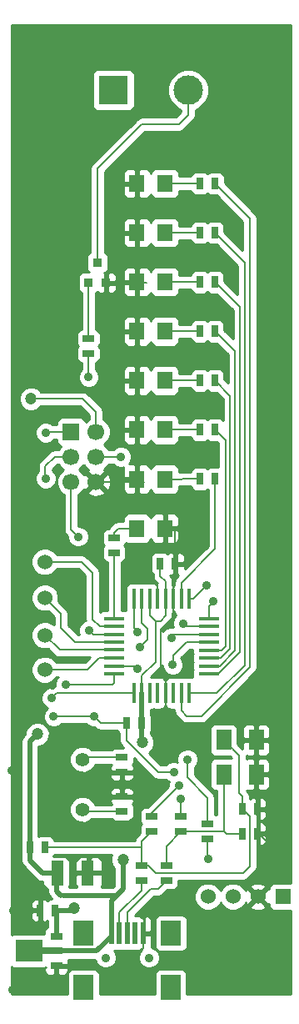
<source format=gtl>
G04 (created by PCBNEW (2013-mar-13)-testing) date Wed 12 Jun 2013 06:18:58 PM NZST*
%MOIN*%
G04 Gerber Fmt 3.4, Leading zero omitted, Abs format*
%FSLAX34Y34*%
G01*
G70*
G90*
G04 APERTURE LIST*
%ADD10C,0.005906*%
%ADD11R,0.066900X0.066900*%
%ADD12C,0.066900*%
%ADD13C,0.060000*%
%ADD14R,0.036000X0.036000*%
%ADD15R,0.060000X0.080000*%
%ADD16C,0.035400*%
%ADD17R,0.078700X0.098400*%
%ADD18R,0.019700X0.090600*%
%ADD19R,0.017700X0.078700*%
%ADD20R,0.078700X0.017700*%
%ADD21R,0.045000X0.025000*%
%ADD22R,0.025000X0.045000*%
%ADD23R,0.118100X0.118100*%
%ADD24C,0.118100*%
%ADD25R,0.062900X0.070900*%
%ADD26C,0.056000*%
%ADD27R,0.060000X0.060000*%
%ADD28R,0.050000X0.100000*%
%ADD29R,0.047200X0.027600*%
%ADD30R,0.078700X0.027600*%
%ADD31R,0.110300X0.086600*%
%ADD32C,0.047200*%
%ADD33C,0.035000*%
%ADD34C,0.019700*%
%ADD35C,0.008000*%
%ADD36C,0.010000*%
G04 APERTURE END LIST*
G54D10*
G54D11*
X18461Y-24451D03*
G54D12*
X19461Y-24451D03*
X18461Y-25451D03*
X19461Y-25451D03*
X18461Y-26451D03*
X19461Y-26451D03*
G54D13*
X17406Y-29644D03*
G54D14*
X19862Y-18489D03*
X19162Y-18489D03*
X19512Y-17689D03*
G54D13*
X17406Y-33955D03*
X17406Y-32577D03*
X17406Y-31081D03*
G54D15*
X24570Y-38148D03*
X25870Y-38148D03*
X24570Y-36770D03*
X25870Y-36770D03*
G54D16*
X21574Y-45472D03*
X19842Y-45472D03*
G54D17*
X22440Y-46653D03*
X18956Y-46653D03*
X22460Y-44488D03*
X18956Y-44488D03*
G54D18*
X20708Y-44488D03*
X20393Y-44488D03*
X20078Y-44488D03*
X21023Y-44488D03*
X21338Y-44488D03*
G54D19*
X20978Y-31134D03*
X21293Y-31134D03*
X21608Y-31134D03*
X21923Y-31134D03*
X22238Y-31134D03*
X22553Y-31134D03*
X22868Y-31134D03*
X23183Y-31134D03*
X23181Y-34900D03*
X20971Y-34900D03*
X21291Y-34900D03*
X21611Y-34900D03*
X21921Y-34900D03*
X22241Y-34900D03*
X22551Y-34900D03*
X22871Y-34900D03*
G54D20*
X23971Y-31918D03*
X23971Y-32232D03*
X23971Y-32548D03*
X23971Y-32862D03*
X23971Y-33178D03*
X23971Y-33492D03*
X23971Y-33808D03*
X23971Y-34122D03*
X20191Y-31920D03*
X20191Y-32230D03*
X20191Y-32550D03*
X20191Y-32860D03*
X20191Y-33170D03*
X20191Y-33490D03*
X20191Y-33810D03*
X20191Y-34130D03*
G54D21*
X22267Y-41785D03*
X22267Y-42385D03*
X21283Y-41785D03*
X21283Y-42385D03*
G54D22*
X16811Y-41061D03*
X17411Y-41061D03*
G54D21*
X23922Y-40711D03*
X23922Y-40111D03*
X22858Y-39816D03*
X22858Y-40416D03*
X21677Y-39816D03*
X21677Y-40416D03*
G54D22*
X21289Y-36100D03*
X20689Y-36100D03*
G54D21*
X19158Y-20722D03*
X19158Y-21322D03*
G54D22*
X23622Y-14526D03*
X24222Y-14526D03*
X23620Y-16494D03*
X24220Y-16494D03*
X23620Y-18462D03*
X24220Y-18462D03*
X23620Y-20431D03*
X24220Y-20431D03*
X23620Y-22399D03*
X24220Y-22399D03*
X23620Y-24368D03*
X24220Y-24368D03*
X23620Y-26336D03*
X24220Y-26336D03*
G54D21*
X20181Y-28694D03*
X20181Y-29294D03*
G54D22*
X22027Y-29722D03*
X22627Y-29722D03*
G54D21*
X20496Y-39629D03*
X20496Y-39029D03*
X20496Y-37454D03*
X20496Y-38054D03*
G54D22*
X25914Y-40510D03*
X25314Y-40510D03*
X25914Y-39526D03*
X25314Y-39526D03*
G54D23*
X20158Y-10787D03*
G54D24*
X23150Y-10787D03*
G54D25*
X22213Y-14528D03*
X21095Y-14528D03*
X22213Y-16496D03*
X21095Y-16496D03*
X22213Y-18465D03*
X21095Y-18465D03*
X22213Y-20433D03*
X21095Y-20433D03*
X22213Y-22402D03*
X21095Y-22402D03*
X22213Y-24370D03*
X21095Y-24370D03*
X22213Y-26339D03*
X21095Y-26339D03*
X21095Y-28307D03*
X22213Y-28307D03*
G54D26*
X18921Y-39541D03*
X18921Y-37541D03*
G54D22*
X17819Y-43582D03*
X17219Y-43582D03*
G54D27*
X26933Y-43031D03*
G54D13*
X25933Y-43031D03*
X24933Y-43031D03*
X23933Y-43031D03*
G54D28*
X17927Y-42085D03*
X19127Y-42085D03*
G54D29*
X17873Y-45787D03*
G54D30*
X17716Y-45196D03*
G54D29*
X17873Y-44605D03*
G54D31*
X16771Y-45196D03*
G54D32*
X21304Y-36868D03*
X20536Y-41553D03*
X17111Y-36534D03*
X16855Y-23128D03*
G54D33*
X19158Y-22262D03*
X19178Y-32380D03*
X24158Y-31219D03*
X22859Y-39132D03*
X22780Y-38600D03*
X23882Y-30589D03*
X17445Y-24486D03*
X18233Y-34545D03*
X20457Y-25451D03*
X21107Y-33935D03*
X19374Y-35825D03*
X17760Y-35825D03*
X18744Y-28640D03*
X22563Y-38049D03*
X22524Y-33758D03*
X22465Y-32675D03*
X17445Y-26317D03*
X17681Y-35096D03*
X23115Y-37537D03*
X22937Y-32104D03*
X22637Y-43228D03*
X26870Y-41417D03*
X16141Y-43582D03*
X26880Y-31811D03*
X18031Y-46732D03*
X24881Y-46771D03*
X27125Y-46771D03*
X22077Y-8455D03*
X16378Y-8504D03*
X16270Y-15551D03*
X16270Y-21703D03*
X26919Y-8504D03*
X26919Y-15453D03*
X16122Y-46752D03*
X16073Y-38002D03*
X16220Y-28405D03*
X26919Y-21752D03*
X22170Y-37656D03*
X22170Y-38502D03*
X20024Y-42045D03*
X19670Y-38581D03*
X23602Y-28317D03*
X26860Y-28356D03*
X21205Y-33069D03*
G54D32*
X18582Y-43503D03*
G54D33*
X23937Y-41535D03*
X21126Y-32439D03*
G54D34*
X20078Y-44488D02*
X20078Y-43189D01*
X20078Y-43189D02*
X20275Y-42992D01*
X19448Y-42992D02*
X20275Y-42992D01*
X19448Y-42992D02*
X19448Y-42990D01*
X17877Y-42811D02*
X17877Y-42085D01*
X18056Y-42990D02*
X17877Y-42811D01*
G54D35*
X19448Y-42990D02*
X19473Y-42990D01*
G54D34*
X19473Y-42990D02*
X18154Y-42990D01*
G54D35*
X18154Y-42990D02*
X18056Y-42990D01*
X21289Y-36853D02*
X21304Y-36868D01*
G54D34*
X21289Y-36853D02*
X21289Y-36100D01*
X20536Y-42731D02*
X20536Y-41553D01*
X20275Y-42992D02*
X20536Y-42731D01*
X17716Y-45196D02*
X19488Y-45196D01*
X20078Y-44606D02*
X20078Y-44488D01*
X19488Y-45196D02*
X20078Y-44606D01*
X17716Y-45196D02*
X16771Y-45196D01*
X16811Y-41588D02*
X17308Y-42085D01*
X17308Y-42085D02*
X17877Y-42085D01*
X16811Y-41061D02*
X16811Y-41588D01*
G54D35*
X22032Y-32006D02*
X22238Y-31800D01*
X21835Y-32006D02*
X22032Y-32006D01*
X22238Y-31800D02*
X22238Y-31134D01*
X21608Y-31779D02*
X21835Y-32006D01*
X21608Y-31134D02*
X21608Y-31779D01*
X21291Y-34203D02*
X21835Y-33659D01*
X21835Y-33659D02*
X21835Y-32006D01*
X21291Y-34900D02*
X21291Y-34203D01*
X22238Y-30420D02*
X22027Y-30209D01*
X22027Y-30209D02*
X22027Y-29722D01*
X22238Y-31134D02*
X22238Y-30420D01*
G54D34*
X16811Y-41061D02*
X16811Y-36834D01*
X16811Y-36834D02*
X17111Y-36534D01*
G54D35*
X19461Y-23668D02*
X18921Y-23128D01*
X18921Y-23128D02*
X16855Y-23128D01*
X19461Y-24451D02*
X19461Y-23668D01*
X21289Y-34902D02*
X21291Y-34900D01*
G54D34*
X21289Y-36100D02*
X21289Y-34902D01*
G54D35*
X20191Y-32550D02*
X19348Y-32550D01*
X19158Y-22262D02*
X19158Y-21322D01*
X19348Y-32550D02*
X19178Y-32380D01*
X23971Y-31406D02*
X24158Y-31219D01*
X23971Y-31918D02*
X23971Y-31406D01*
X22859Y-39132D02*
X22858Y-39133D01*
X22858Y-39133D02*
X22858Y-39816D01*
X22780Y-38600D02*
X21677Y-39703D01*
X21677Y-39816D02*
X21677Y-39703D01*
X23337Y-31134D02*
X23183Y-31134D01*
X23337Y-31134D02*
X23882Y-30589D01*
X20191Y-31920D02*
X20191Y-29304D01*
X20191Y-29304D02*
X20181Y-29294D01*
X22868Y-30481D02*
X24220Y-29129D01*
X24220Y-29129D02*
X24220Y-26336D01*
X22868Y-31134D02*
X22868Y-30481D01*
X24483Y-33178D02*
X24630Y-33031D01*
X24630Y-33031D02*
X24630Y-24778D01*
X24630Y-24778D02*
X24220Y-24368D01*
X23971Y-33178D02*
X24483Y-33178D01*
X23971Y-33492D02*
X24443Y-33492D01*
X24827Y-23006D02*
X24220Y-22399D01*
X24827Y-33108D02*
X24827Y-23006D01*
X24443Y-33492D02*
X24827Y-33108D01*
X24403Y-33808D02*
X25024Y-33187D01*
X25024Y-33187D02*
X25024Y-21235D01*
X25024Y-21235D02*
X24220Y-20431D01*
X23971Y-33808D02*
X24403Y-33808D01*
X23971Y-34122D02*
X24345Y-34122D01*
X25221Y-19463D02*
X24220Y-18462D01*
X25221Y-33246D02*
X25221Y-19463D01*
X24345Y-34122D02*
X25221Y-33246D01*
X23181Y-34900D02*
X24295Y-34900D01*
X25418Y-17692D02*
X24220Y-16494D01*
X25418Y-33777D02*
X25418Y-17692D01*
X24295Y-34900D02*
X25418Y-33777D01*
X22871Y-35601D02*
X23075Y-35805D01*
X23075Y-35805D02*
X23666Y-35805D01*
X23666Y-35805D02*
X25615Y-33856D01*
X25615Y-33856D02*
X25615Y-15919D01*
X25615Y-15919D02*
X24222Y-14526D01*
X22871Y-34900D02*
X22871Y-35601D01*
X20191Y-34130D02*
X20191Y-34477D01*
X17480Y-24451D02*
X18461Y-24451D01*
X17445Y-24486D02*
X17480Y-24451D01*
X20123Y-34545D02*
X18233Y-34545D01*
X20191Y-34477D02*
X20123Y-34545D01*
X20191Y-33810D02*
X20982Y-33810D01*
X20457Y-25451D02*
X19461Y-25451D01*
X20982Y-33810D02*
X21107Y-33935D01*
X19598Y-32230D02*
X19315Y-31947D01*
X19315Y-31947D02*
X19315Y-30076D01*
X19315Y-30076D02*
X18883Y-29644D01*
X20191Y-32230D02*
X19598Y-32230D01*
X18883Y-29644D02*
X17406Y-29644D01*
X17760Y-35825D02*
X19374Y-35825D01*
X23971Y-32862D02*
X23085Y-32862D01*
X18461Y-28357D02*
X18744Y-28640D01*
X19649Y-36100D02*
X19374Y-35825D01*
X20689Y-36100D02*
X19649Y-36100D01*
X22563Y-38049D02*
X21933Y-38049D01*
X21933Y-38049D02*
X20674Y-36790D01*
X20674Y-36790D02*
X20674Y-36115D01*
X20674Y-36115D02*
X20689Y-36100D01*
X22544Y-33403D02*
X23085Y-32862D01*
X22544Y-33738D02*
X22544Y-33403D01*
X22524Y-33758D02*
X22544Y-33738D01*
X18461Y-26451D02*
X18461Y-28357D01*
X22592Y-32548D02*
X22465Y-32675D01*
X23971Y-32548D02*
X22592Y-32548D01*
X20971Y-34900D02*
X17877Y-34900D01*
X17800Y-25451D02*
X18461Y-25451D01*
X17426Y-25825D02*
X17800Y-25451D01*
X17426Y-26298D02*
X17426Y-25825D01*
X17445Y-26317D02*
X17426Y-26298D01*
X17877Y-34900D02*
X17681Y-35096D01*
X23971Y-32232D02*
X23065Y-32232D01*
X23922Y-39073D02*
X23922Y-40111D01*
X23115Y-38266D02*
X23922Y-39073D01*
X23115Y-37537D02*
X23115Y-38266D01*
X23065Y-32232D02*
X22937Y-32104D01*
X24881Y-46771D02*
X24881Y-45472D01*
X24881Y-45472D02*
X22637Y-43228D01*
X17873Y-45787D02*
X17873Y-46574D01*
X17873Y-46574D02*
X18031Y-46732D01*
X25914Y-40510D02*
X25963Y-40510D01*
X25963Y-40510D02*
X26870Y-41417D01*
X17219Y-43582D02*
X16141Y-43582D01*
X17873Y-45787D02*
X19016Y-45787D01*
X21338Y-45078D02*
X21338Y-44488D01*
X20511Y-45905D02*
X21338Y-45078D01*
X19133Y-45905D02*
X20511Y-45905D01*
X19016Y-45787D02*
X19133Y-45905D01*
X26860Y-28356D02*
X26880Y-28376D01*
X26880Y-28376D02*
X26880Y-31811D01*
X24881Y-46771D02*
X27125Y-46771D01*
X22077Y-8455D02*
X22028Y-8504D01*
X22028Y-8504D02*
X16378Y-8504D01*
X26860Y-28356D02*
X26860Y-21811D01*
X16270Y-15551D02*
X16270Y-21703D01*
X26919Y-15453D02*
X26919Y-8504D01*
X16122Y-46752D02*
X18031Y-46732D01*
X16073Y-28552D02*
X16073Y-38002D01*
X16220Y-28405D02*
X16073Y-28552D01*
X26860Y-21811D02*
X26919Y-21752D01*
X22241Y-37585D02*
X22170Y-37656D01*
X21484Y-18489D02*
X21095Y-18465D01*
X21854Y-29211D02*
X22627Y-29211D01*
X25870Y-38148D02*
X25870Y-36770D01*
X20496Y-38522D02*
X20496Y-38502D01*
X20496Y-39029D02*
X20496Y-38522D01*
X19984Y-42085D02*
X20024Y-42045D01*
X19749Y-38502D02*
X20496Y-38502D01*
X22553Y-31839D02*
X22553Y-31134D01*
X22032Y-32360D02*
X22553Y-31839D01*
X21396Y-26451D02*
X21095Y-26339D01*
X22241Y-34900D02*
X22241Y-34144D01*
X22170Y-38502D02*
X22150Y-38522D01*
X22150Y-38522D02*
X20496Y-38522D01*
X25914Y-39526D02*
X25870Y-39482D01*
X21095Y-24370D02*
X21095Y-22402D01*
X22627Y-29722D02*
X22627Y-29211D01*
X22241Y-34900D02*
X22241Y-37585D01*
X22032Y-33935D02*
X22032Y-32360D01*
X19177Y-42085D02*
X19984Y-42085D01*
X19670Y-38581D02*
X19749Y-38502D01*
X20496Y-38502D02*
X20496Y-38054D01*
X22241Y-34144D02*
X22032Y-33935D01*
X21095Y-16496D02*
X21095Y-14528D01*
X21095Y-26339D02*
X21095Y-24370D01*
X25914Y-40510D02*
X25914Y-39526D01*
X21095Y-18465D02*
X21095Y-16496D01*
X21095Y-20433D02*
X21095Y-18465D01*
X21095Y-22402D02*
X21095Y-20433D01*
X22627Y-30249D02*
X22627Y-29722D01*
X22553Y-30323D02*
X22627Y-30249D01*
X22553Y-31134D02*
X22553Y-30323D01*
X21923Y-30539D02*
X21658Y-30274D01*
X21658Y-30274D02*
X21658Y-29407D01*
X21658Y-29407D02*
X21854Y-29211D01*
X22213Y-28307D02*
X23590Y-28305D01*
X25870Y-39482D02*
X25870Y-38148D01*
X21923Y-31134D02*
X21923Y-30539D01*
X20044Y-42065D02*
X20024Y-42045D01*
X22627Y-29722D02*
X22627Y-28307D01*
X23590Y-28305D02*
X23602Y-28317D01*
X20983Y-26451D02*
X21095Y-26339D01*
X19461Y-26451D02*
X20983Y-26451D01*
X22213Y-24370D02*
X23620Y-24368D01*
X22213Y-26339D02*
X23620Y-26336D01*
X20181Y-28694D02*
X20181Y-28480D01*
X20354Y-28307D02*
X21095Y-28307D01*
X20181Y-28480D02*
X20354Y-28307D01*
X22213Y-14528D02*
X23621Y-14525D01*
X23621Y-14525D02*
X23622Y-14526D01*
X22213Y-16496D02*
X23620Y-16494D01*
X22213Y-18465D02*
X23620Y-18462D01*
X19512Y-17689D02*
X19512Y-13935D01*
X21291Y-12156D02*
X21303Y-12144D01*
X19512Y-13935D02*
X21291Y-12156D01*
X22766Y-12156D02*
X23150Y-11772D01*
X23150Y-11772D02*
X23150Y-10787D01*
X21291Y-12156D02*
X22766Y-12156D01*
X20191Y-33170D02*
X17999Y-33170D01*
X17999Y-33170D02*
X17406Y-32577D01*
X19008Y-37454D02*
X18921Y-37541D01*
X20496Y-37454D02*
X19008Y-37454D01*
X21293Y-32094D02*
X21520Y-32321D01*
X21520Y-32321D02*
X21520Y-32754D01*
X21520Y-32754D02*
X21205Y-33069D01*
X21293Y-31134D02*
X21293Y-32094D01*
X25181Y-37381D02*
X24570Y-36770D01*
X25314Y-39526D02*
X25314Y-39028D01*
X21835Y-42085D02*
X21836Y-42085D01*
X21283Y-40810D02*
X21677Y-40416D01*
X21283Y-41061D02*
X21283Y-40810D01*
X21283Y-41785D02*
X21283Y-41061D01*
X25314Y-39028D02*
X25181Y-38895D01*
X25181Y-38895D02*
X25181Y-37381D01*
X17411Y-41061D02*
X21283Y-41061D01*
X21283Y-41785D02*
X21536Y-41785D01*
X21836Y-42085D02*
X25339Y-42085D01*
X21536Y-41785D02*
X21836Y-42085D01*
X21283Y-41061D02*
X21284Y-41061D01*
X21284Y-41061D02*
X21283Y-41061D01*
X25615Y-39827D02*
X25314Y-39526D01*
X25615Y-41809D02*
X25615Y-39827D01*
X25339Y-42085D02*
X25615Y-41809D01*
X20393Y-44488D02*
X20393Y-43661D01*
X21283Y-42772D02*
X21283Y-42385D01*
X20393Y-43661D02*
X21283Y-42772D01*
G54D34*
X17873Y-44605D02*
X17873Y-43636D01*
G54D35*
X17873Y-43636D02*
X17819Y-43582D01*
G54D34*
X17819Y-43582D02*
X18503Y-43582D01*
G54D35*
X18503Y-43582D02*
X18582Y-43503D01*
X23922Y-40711D02*
X23922Y-41520D01*
X23922Y-41520D02*
X23937Y-41535D01*
X18055Y-31730D02*
X17406Y-31081D01*
X18615Y-32860D02*
X18055Y-32300D01*
X18055Y-32300D02*
X18055Y-31730D01*
X20191Y-32860D02*
X18615Y-32860D01*
X19118Y-33955D02*
X17406Y-33955D01*
X20191Y-33490D02*
X19583Y-33490D01*
X19583Y-33490D02*
X19118Y-33955D01*
X19009Y-39629D02*
X18921Y-39541D01*
X20496Y-39629D02*
X19009Y-39629D01*
X20978Y-32291D02*
X20978Y-31134D01*
X20978Y-32291D02*
X21126Y-32439D01*
X24570Y-40410D02*
X24570Y-38148D01*
X25314Y-40510D02*
X24670Y-40510D01*
X24576Y-40416D02*
X24670Y-40510D01*
X22267Y-41007D02*
X22858Y-40416D01*
X22267Y-41785D02*
X22267Y-41007D01*
X24670Y-40510D02*
X24570Y-40410D01*
X22858Y-40416D02*
X24576Y-40416D01*
X20708Y-44488D02*
X20708Y-43661D01*
X21935Y-42716D02*
X22267Y-42385D01*
X21653Y-42716D02*
X21935Y-42716D01*
X20708Y-43661D02*
X21653Y-42716D01*
X22267Y-42385D02*
X22267Y-42401D01*
X19158Y-20722D02*
X19158Y-18493D01*
X19158Y-18493D02*
X19162Y-18489D01*
X22213Y-20433D02*
X23620Y-20431D01*
X22213Y-22402D02*
X23620Y-22399D01*
G54D10*
G36*
X20187Y-42587D02*
X20131Y-42643D01*
X19671Y-42643D01*
X19688Y-42626D01*
X19727Y-42534D01*
X19727Y-42435D01*
X19727Y-42197D01*
X19727Y-41972D01*
X19727Y-41734D01*
X19727Y-41635D01*
X19688Y-41543D01*
X19618Y-41473D01*
X19526Y-41435D01*
X19289Y-41435D01*
X19227Y-41497D01*
X19227Y-42035D01*
X19664Y-42035D01*
X19727Y-41972D01*
X19727Y-42197D01*
X19664Y-42135D01*
X19227Y-42135D01*
X19227Y-42142D01*
X19127Y-42142D01*
X19127Y-42135D01*
X19127Y-42035D01*
X19127Y-41497D01*
X19064Y-41435D01*
X18827Y-41435D01*
X18735Y-41473D01*
X18665Y-41543D01*
X18627Y-41635D01*
X18627Y-41734D01*
X18627Y-41972D01*
X18689Y-42035D01*
X19127Y-42035D01*
X19127Y-42135D01*
X18689Y-42135D01*
X18627Y-42197D01*
X18627Y-42435D01*
X18627Y-42534D01*
X18665Y-42626D01*
X18679Y-42641D01*
X18374Y-42641D01*
X18388Y-42626D01*
X18427Y-42534D01*
X18427Y-42435D01*
X18427Y-41635D01*
X18388Y-41543D01*
X18318Y-41473D01*
X18226Y-41435D01*
X18127Y-41435D01*
X17740Y-41435D01*
X17747Y-41427D01*
X17779Y-41351D01*
X20093Y-41351D01*
X20050Y-41455D01*
X20049Y-41649D01*
X20123Y-41827D01*
X20187Y-41891D01*
X20187Y-42587D01*
X20187Y-42587D01*
G37*
G54D36*
X20187Y-42587D02*
X20131Y-42643D01*
X19671Y-42643D01*
X19688Y-42626D01*
X19727Y-42534D01*
X19727Y-42435D01*
X19727Y-42197D01*
X19727Y-41972D01*
X19727Y-41734D01*
X19727Y-41635D01*
X19688Y-41543D01*
X19618Y-41473D01*
X19526Y-41435D01*
X19289Y-41435D01*
X19227Y-41497D01*
X19227Y-42035D01*
X19664Y-42035D01*
X19727Y-41972D01*
X19727Y-42197D01*
X19664Y-42135D01*
X19227Y-42135D01*
X19227Y-42142D01*
X19127Y-42142D01*
X19127Y-42135D01*
X19127Y-42035D01*
X19127Y-41497D01*
X19064Y-41435D01*
X18827Y-41435D01*
X18735Y-41473D01*
X18665Y-41543D01*
X18627Y-41635D01*
X18627Y-41734D01*
X18627Y-41972D01*
X18689Y-42035D01*
X19127Y-42035D01*
X19127Y-42135D01*
X18689Y-42135D01*
X18627Y-42197D01*
X18627Y-42435D01*
X18627Y-42534D01*
X18665Y-42626D01*
X18679Y-42641D01*
X18374Y-42641D01*
X18388Y-42626D01*
X18427Y-42534D01*
X18427Y-42435D01*
X18427Y-41635D01*
X18388Y-41543D01*
X18318Y-41473D01*
X18226Y-41435D01*
X18127Y-41435D01*
X17740Y-41435D01*
X17747Y-41427D01*
X17779Y-41351D01*
X20093Y-41351D01*
X20050Y-41455D01*
X20049Y-41649D01*
X20123Y-41827D01*
X20187Y-41891D01*
X20187Y-42587D01*
G54D10*
G36*
X22662Y-31777D02*
X22576Y-31862D01*
X22512Y-32019D01*
X22511Y-32188D01*
X22537Y-32250D01*
X22380Y-32249D01*
X22224Y-32314D01*
X22125Y-32413D01*
X22125Y-32277D01*
X22142Y-32273D01*
X22237Y-32211D01*
X22443Y-32005D01*
X22505Y-31910D01*
X22528Y-31800D01*
X22528Y-31679D01*
X22538Y-31669D01*
X22553Y-31633D01*
X22567Y-31669D01*
X22597Y-31698D01*
X22597Y-31715D01*
X22659Y-31777D01*
X22662Y-31777D01*
X22662Y-31777D01*
G37*
G54D36*
X22662Y-31777D02*
X22576Y-31862D01*
X22512Y-32019D01*
X22511Y-32188D01*
X22537Y-32250D01*
X22380Y-32249D01*
X22224Y-32314D01*
X22125Y-32413D01*
X22125Y-32277D01*
X22142Y-32273D01*
X22237Y-32211D01*
X22443Y-32005D01*
X22505Y-31910D01*
X22528Y-31800D01*
X22528Y-31679D01*
X22538Y-31669D01*
X22553Y-31633D01*
X22567Y-31669D01*
X22597Y-31698D01*
X22597Y-31715D01*
X22659Y-31777D01*
X22662Y-31777D01*
G54D10*
G36*
X23335Y-33649D02*
X23327Y-33669D01*
X23327Y-33769D01*
X23327Y-33946D01*
X23335Y-33964D01*
X23327Y-33983D01*
X23327Y-34083D01*
X23327Y-34259D01*
X23319Y-34256D01*
X23219Y-34256D01*
X23042Y-34256D01*
X23026Y-34263D01*
X23009Y-34256D01*
X22909Y-34256D01*
X22732Y-34256D01*
X22711Y-34265D01*
X22689Y-34256D01*
X22589Y-34256D01*
X22412Y-34256D01*
X22396Y-34263D01*
X22379Y-34256D01*
X22347Y-34256D01*
X22285Y-34319D01*
X22285Y-34330D01*
X22250Y-34364D01*
X22235Y-34400D01*
X22221Y-34364D01*
X22196Y-34340D01*
X22196Y-34319D01*
X22134Y-34256D01*
X22102Y-34256D01*
X22081Y-34265D01*
X22059Y-34256D01*
X21959Y-34256D01*
X21782Y-34256D01*
X21766Y-34263D01*
X21749Y-34256D01*
X21649Y-34256D01*
X21647Y-34256D01*
X22040Y-33864D01*
X22098Y-33775D01*
X22098Y-33842D01*
X22163Y-33998D01*
X22282Y-34118D01*
X22439Y-34182D01*
X22608Y-34183D01*
X22764Y-34118D01*
X22884Y-33999D01*
X22948Y-33842D01*
X22949Y-33673D01*
X22884Y-33517D01*
X22862Y-33495D01*
X23205Y-33152D01*
X23327Y-33152D01*
X23327Y-33316D01*
X23335Y-33334D01*
X23327Y-33353D01*
X23327Y-33453D01*
X23327Y-33630D01*
X23335Y-33649D01*
X23335Y-33649D01*
G37*
G54D36*
X23335Y-33649D02*
X23327Y-33669D01*
X23327Y-33769D01*
X23327Y-33946D01*
X23335Y-33964D01*
X23327Y-33983D01*
X23327Y-34083D01*
X23327Y-34259D01*
X23319Y-34256D01*
X23219Y-34256D01*
X23042Y-34256D01*
X23026Y-34263D01*
X23009Y-34256D01*
X22909Y-34256D01*
X22732Y-34256D01*
X22711Y-34265D01*
X22689Y-34256D01*
X22589Y-34256D01*
X22412Y-34256D01*
X22396Y-34263D01*
X22379Y-34256D01*
X22347Y-34256D01*
X22285Y-34319D01*
X22285Y-34330D01*
X22250Y-34364D01*
X22235Y-34400D01*
X22221Y-34364D01*
X22196Y-34340D01*
X22196Y-34319D01*
X22134Y-34256D01*
X22102Y-34256D01*
X22081Y-34265D01*
X22059Y-34256D01*
X21959Y-34256D01*
X21782Y-34256D01*
X21766Y-34263D01*
X21749Y-34256D01*
X21649Y-34256D01*
X21647Y-34256D01*
X22040Y-33864D01*
X22098Y-33775D01*
X22098Y-33842D01*
X22163Y-33998D01*
X22282Y-34118D01*
X22439Y-34182D01*
X22608Y-34183D01*
X22764Y-34118D01*
X22884Y-33999D01*
X22948Y-33842D01*
X22949Y-33673D01*
X22884Y-33517D01*
X22862Y-33495D01*
X23205Y-33152D01*
X23327Y-33152D01*
X23327Y-33316D01*
X23335Y-33334D01*
X23327Y-33353D01*
X23327Y-33453D01*
X23327Y-33630D01*
X23335Y-33649D01*
G54D10*
G36*
X27234Y-46919D02*
X26248Y-46919D01*
X26248Y-43417D01*
X25933Y-43102D01*
X25862Y-43172D01*
X25862Y-43031D01*
X25547Y-42716D01*
X25451Y-42743D01*
X25432Y-42798D01*
X25399Y-42720D01*
X25245Y-42565D01*
X25042Y-42481D01*
X24824Y-42481D01*
X24621Y-42564D01*
X24467Y-42719D01*
X24433Y-42801D01*
X24399Y-42720D01*
X24245Y-42565D01*
X24042Y-42481D01*
X23824Y-42481D01*
X23621Y-42564D01*
X23467Y-42719D01*
X23383Y-42921D01*
X23382Y-43140D01*
X23466Y-43342D01*
X23621Y-43497D01*
X23823Y-43581D01*
X24041Y-43581D01*
X24244Y-43498D01*
X24399Y-43343D01*
X24433Y-43261D01*
X24466Y-43342D01*
X24621Y-43497D01*
X24823Y-43581D01*
X25041Y-43581D01*
X25244Y-43498D01*
X25399Y-43343D01*
X25430Y-43267D01*
X25451Y-43319D01*
X25547Y-43346D01*
X25862Y-43031D01*
X25862Y-43172D01*
X25617Y-43417D01*
X25645Y-43512D01*
X25851Y-43586D01*
X26069Y-43575D01*
X26220Y-43512D01*
X26248Y-43417D01*
X26248Y-46919D01*
X23104Y-46919D01*
X23104Y-45030D01*
X23104Y-44930D01*
X23104Y-43946D01*
X23066Y-43854D01*
X22995Y-43784D01*
X22903Y-43746D01*
X22804Y-43746D01*
X22017Y-43746D01*
X21925Y-43784D01*
X21855Y-43854D01*
X21817Y-43946D01*
X21817Y-44046D01*
X21817Y-45030D01*
X21855Y-45122D01*
X21925Y-45192D01*
X22017Y-45230D01*
X22116Y-45230D01*
X22903Y-45230D01*
X22995Y-45192D01*
X23066Y-45122D01*
X23104Y-45030D01*
X23104Y-46919D01*
X23084Y-46919D01*
X23084Y-46111D01*
X23046Y-46019D01*
X22975Y-45949D01*
X22883Y-45911D01*
X22784Y-45911D01*
X22001Y-45911D01*
X21997Y-45911D01*
X21905Y-45949D01*
X21835Y-46019D01*
X21797Y-46111D01*
X21797Y-46211D01*
X21797Y-46919D01*
X19600Y-46919D01*
X19600Y-46111D01*
X19562Y-46019D01*
X19491Y-45949D01*
X19399Y-45911D01*
X19300Y-45911D01*
X18513Y-45911D01*
X18421Y-45949D01*
X18359Y-46011D01*
X18359Y-45975D01*
X18359Y-45900D01*
X18297Y-45837D01*
X17923Y-45837D01*
X17923Y-46113D01*
X17986Y-46175D01*
X18060Y-46175D01*
X18159Y-46175D01*
X18251Y-46137D01*
X18321Y-46067D01*
X18359Y-45975D01*
X18359Y-46011D01*
X18351Y-46019D01*
X18313Y-46111D01*
X18313Y-46211D01*
X18313Y-46919D01*
X16073Y-46919D01*
X16073Y-45835D01*
X16078Y-45841D01*
X16170Y-45879D01*
X16270Y-45879D01*
X17373Y-45879D01*
X17433Y-45854D01*
X17387Y-45900D01*
X17387Y-45975D01*
X17426Y-46067D01*
X17496Y-46137D01*
X17588Y-46175D01*
X17687Y-46175D01*
X17761Y-46175D01*
X17823Y-46113D01*
X17823Y-45837D01*
X17816Y-45837D01*
X17816Y-45737D01*
X17823Y-45737D01*
X17823Y-45729D01*
X17923Y-45729D01*
X17923Y-45737D01*
X18297Y-45737D01*
X18359Y-45675D01*
X18359Y-45600D01*
X18337Y-45545D01*
X19415Y-45545D01*
X19415Y-45557D01*
X19480Y-45714D01*
X19600Y-45834D01*
X19757Y-45899D01*
X19927Y-45899D01*
X20084Y-45834D01*
X20204Y-45714D01*
X20269Y-45557D01*
X20269Y-45387D01*
X20204Y-45230D01*
X20165Y-45191D01*
X20226Y-45191D01*
X20236Y-45187D01*
X20245Y-45191D01*
X20344Y-45191D01*
X20541Y-45191D01*
X20551Y-45187D01*
X20560Y-45191D01*
X20659Y-45191D01*
X20856Y-45191D01*
X20866Y-45187D01*
X20875Y-45191D01*
X20974Y-45191D01*
X21171Y-45191D01*
X21181Y-45187D01*
X21190Y-45191D01*
X21226Y-45191D01*
X21288Y-45129D01*
X21288Y-45154D01*
X21212Y-45230D01*
X21147Y-45387D01*
X21147Y-45557D01*
X21212Y-45714D01*
X21332Y-45834D01*
X21489Y-45899D01*
X21659Y-45899D01*
X21816Y-45834D01*
X21936Y-45714D01*
X22001Y-45557D01*
X22001Y-45387D01*
X21936Y-45230D01*
X21816Y-45110D01*
X21663Y-45047D01*
X21687Y-44991D01*
X21687Y-44891D01*
X21687Y-44600D01*
X21687Y-44375D01*
X21687Y-44085D01*
X21687Y-43985D01*
X21649Y-43893D01*
X21578Y-43823D01*
X21486Y-43785D01*
X21450Y-43785D01*
X21387Y-43847D01*
X21387Y-44438D01*
X21624Y-44438D01*
X21687Y-44375D01*
X21687Y-44600D01*
X21624Y-44538D01*
X21387Y-44538D01*
X21387Y-44546D01*
X21372Y-44546D01*
X21372Y-43985D01*
X21334Y-43893D01*
X21289Y-43849D01*
X21289Y-43847D01*
X21226Y-43785D01*
X21190Y-43785D01*
X21181Y-43789D01*
X21171Y-43785D01*
X21072Y-43785D01*
X20998Y-43785D01*
X20998Y-43781D01*
X21773Y-43006D01*
X21935Y-43006D01*
X22046Y-42984D01*
X22140Y-42921D01*
X22302Y-42760D01*
X22541Y-42760D01*
X22633Y-42721D01*
X22703Y-42651D01*
X22742Y-42559D01*
X22742Y-42460D01*
X22742Y-42375D01*
X25339Y-42375D01*
X25449Y-42352D01*
X25544Y-42290D01*
X25820Y-42014D01*
X25882Y-41919D01*
X25905Y-41809D01*
X25905Y-39827D01*
X25882Y-39716D01*
X25882Y-39716D01*
X25864Y-39687D01*
X25864Y-39687D01*
X25864Y-39576D01*
X25856Y-39576D01*
X25856Y-39476D01*
X25864Y-39476D01*
X25864Y-39113D01*
X25801Y-39051D01*
X25739Y-39051D01*
X25647Y-39089D01*
X25614Y-39122D01*
X25604Y-39112D01*
X25604Y-39028D01*
X25581Y-38917D01*
X25581Y-38917D01*
X25519Y-38822D01*
X25475Y-38779D01*
X25520Y-38798D01*
X25757Y-38798D01*
X25820Y-38735D01*
X25820Y-38198D01*
X25812Y-38198D01*
X25812Y-38098D01*
X25820Y-38098D01*
X25820Y-37560D01*
X25757Y-37498D01*
X25520Y-37498D01*
X25471Y-37518D01*
X25471Y-37399D01*
X25520Y-37420D01*
X25757Y-37420D01*
X25820Y-37357D01*
X25820Y-36820D01*
X25820Y-36720D01*
X25820Y-36182D01*
X25757Y-36120D01*
X25520Y-36120D01*
X25428Y-36158D01*
X25358Y-36228D01*
X25320Y-36320D01*
X25320Y-36419D01*
X25320Y-36657D01*
X25382Y-36720D01*
X25820Y-36720D01*
X25820Y-36820D01*
X25382Y-36820D01*
X25320Y-36882D01*
X25320Y-37109D01*
X25120Y-36909D01*
X25120Y-36320D01*
X25081Y-36228D01*
X25011Y-36158D01*
X24919Y-36120D01*
X24820Y-36120D01*
X24220Y-36120D01*
X24128Y-36158D01*
X24058Y-36228D01*
X24020Y-36320D01*
X24020Y-36419D01*
X24020Y-37219D01*
X24058Y-37311D01*
X24128Y-37381D01*
X24220Y-37420D01*
X24319Y-37420D01*
X24809Y-37420D01*
X24887Y-37498D01*
X24820Y-37498D01*
X24220Y-37498D01*
X24128Y-37536D01*
X24058Y-37606D01*
X24020Y-37698D01*
X24020Y-37797D01*
X24020Y-38597D01*
X24058Y-38689D01*
X24128Y-38759D01*
X24220Y-38798D01*
X24280Y-38798D01*
X24280Y-39770D01*
X24212Y-39742D01*
X24212Y-39073D01*
X24189Y-38962D01*
X24189Y-38962D01*
X24127Y-38867D01*
X23405Y-38145D01*
X23405Y-37848D01*
X23475Y-37778D01*
X23539Y-37621D01*
X23540Y-37452D01*
X23475Y-37296D01*
X23356Y-37176D01*
X23199Y-37112D01*
X23030Y-37111D01*
X22874Y-37176D01*
X22754Y-37295D01*
X22690Y-37452D01*
X22689Y-37621D01*
X22700Y-37645D01*
X22647Y-37624D01*
X22478Y-37623D01*
X22322Y-37688D01*
X22251Y-37759D01*
X22053Y-37759D01*
X21575Y-37281D01*
X21578Y-37280D01*
X21715Y-37143D01*
X21789Y-36965D01*
X21790Y-36771D01*
X21716Y-36593D01*
X21637Y-36514D01*
X21637Y-36438D01*
X21664Y-36374D01*
X21664Y-36275D01*
X21664Y-35825D01*
X21637Y-35761D01*
X21637Y-35543D01*
X21749Y-35543D01*
X21765Y-35536D01*
X21782Y-35543D01*
X21882Y-35543D01*
X22059Y-35543D01*
X22080Y-35534D01*
X22102Y-35543D01*
X22134Y-35543D01*
X22196Y-35481D01*
X22196Y-35459D01*
X22221Y-35435D01*
X22236Y-35399D01*
X22250Y-35435D01*
X22285Y-35469D01*
X22285Y-35481D01*
X22347Y-35543D01*
X22379Y-35543D01*
X22396Y-35536D01*
X22412Y-35543D01*
X22512Y-35543D01*
X22581Y-35543D01*
X22581Y-35601D01*
X22603Y-35711D01*
X22665Y-35806D01*
X22869Y-36010D01*
X22964Y-36072D01*
X23075Y-36095D01*
X23666Y-36095D01*
X23776Y-36072D01*
X23871Y-36010D01*
X25820Y-34061D01*
X25882Y-33966D01*
X25882Y-33966D01*
X25905Y-33856D01*
X25905Y-15919D01*
X25882Y-15808D01*
X25882Y-15808D01*
X25820Y-15713D01*
X24597Y-14490D01*
X24597Y-14251D01*
X24558Y-14159D01*
X24488Y-14089D01*
X24396Y-14051D01*
X24297Y-14051D01*
X24047Y-14051D01*
X23990Y-14074D01*
X23990Y-10620D01*
X23862Y-10311D01*
X23626Y-10074D01*
X23317Y-9946D01*
X22983Y-9946D01*
X22674Y-10074D01*
X22437Y-10310D01*
X22309Y-10619D01*
X22309Y-10953D01*
X22437Y-11262D01*
X22673Y-11499D01*
X22860Y-11576D01*
X22860Y-11651D01*
X22645Y-11866D01*
X21363Y-11866D01*
X21303Y-11854D01*
X21192Y-11876D01*
X21097Y-11938D01*
X21085Y-11950D01*
X20998Y-12038D01*
X20998Y-11427D01*
X20998Y-11327D01*
X20998Y-10146D01*
X20960Y-10054D01*
X20890Y-9984D01*
X20798Y-9946D01*
X20698Y-9946D01*
X19517Y-9946D01*
X19425Y-9984D01*
X19355Y-10054D01*
X19317Y-10146D01*
X19317Y-10246D01*
X19317Y-11427D01*
X19355Y-11519D01*
X19425Y-11589D01*
X19517Y-11627D01*
X19617Y-11627D01*
X20798Y-11627D01*
X20890Y-11589D01*
X20960Y-11519D01*
X20998Y-11427D01*
X20998Y-12038D01*
X19306Y-13729D01*
X19244Y-13824D01*
X19222Y-13935D01*
X19222Y-17283D01*
X19190Y-17297D01*
X19120Y-17367D01*
X19082Y-17459D01*
X19082Y-17558D01*
X19082Y-17918D01*
X19120Y-18010D01*
X19168Y-18059D01*
X18932Y-18059D01*
X18840Y-18097D01*
X18770Y-18167D01*
X18732Y-18259D01*
X18732Y-18358D01*
X18732Y-18718D01*
X18770Y-18810D01*
X18840Y-18880D01*
X18868Y-18892D01*
X18868Y-20353D01*
X18791Y-20385D01*
X18721Y-20455D01*
X18683Y-20547D01*
X18683Y-20646D01*
X18683Y-20896D01*
X18721Y-20988D01*
X18754Y-21021D01*
X18721Y-21055D01*
X18683Y-21147D01*
X18683Y-21246D01*
X18683Y-21496D01*
X18721Y-21588D01*
X18791Y-21658D01*
X18868Y-21690D01*
X18868Y-21950D01*
X18797Y-22020D01*
X18733Y-22177D01*
X18732Y-22346D01*
X18797Y-22502D01*
X18916Y-22622D01*
X19073Y-22686D01*
X19242Y-22687D01*
X19398Y-22622D01*
X19518Y-22503D01*
X19582Y-22346D01*
X19583Y-22177D01*
X19518Y-22021D01*
X19448Y-21950D01*
X19448Y-21690D01*
X19524Y-21658D01*
X19594Y-21588D01*
X19633Y-21496D01*
X19633Y-21397D01*
X19633Y-21147D01*
X19594Y-21055D01*
X19561Y-21022D01*
X19594Y-20988D01*
X19633Y-20896D01*
X19633Y-20797D01*
X19633Y-20547D01*
X19594Y-20455D01*
X19524Y-20385D01*
X19448Y-20353D01*
X19448Y-18895D01*
X19483Y-18880D01*
X19512Y-18852D01*
X19540Y-18880D01*
X19632Y-18919D01*
X19749Y-18919D01*
X19812Y-18856D01*
X19812Y-18539D01*
X19804Y-18539D01*
X19804Y-18439D01*
X19812Y-18439D01*
X19812Y-18121D01*
X19789Y-18099D01*
X19833Y-18080D01*
X19903Y-18010D01*
X19942Y-17918D01*
X19942Y-17819D01*
X19942Y-17459D01*
X19903Y-17367D01*
X19833Y-17297D01*
X19802Y-17283D01*
X19802Y-14055D01*
X21411Y-12446D01*
X22766Y-12446D01*
X22876Y-12423D01*
X22971Y-12361D01*
X23355Y-11977D01*
X23417Y-11882D01*
X23440Y-11772D01*
X23440Y-11576D01*
X23625Y-11499D01*
X23862Y-11263D01*
X23990Y-10954D01*
X23990Y-10620D01*
X23990Y-14074D01*
X23955Y-14089D01*
X23922Y-14122D01*
X23888Y-14089D01*
X23796Y-14051D01*
X23697Y-14051D01*
X23447Y-14051D01*
X23355Y-14089D01*
X23285Y-14159D01*
X23253Y-14235D01*
X22777Y-14236D01*
X22777Y-14123D01*
X22739Y-14031D01*
X22669Y-13961D01*
X22577Y-13923D01*
X22477Y-13923D01*
X21848Y-13923D01*
X21756Y-13961D01*
X21686Y-14031D01*
X21654Y-14110D01*
X21621Y-14031D01*
X21551Y-13961D01*
X21459Y-13923D01*
X21207Y-13923D01*
X21145Y-13986D01*
X21145Y-14478D01*
X21152Y-14478D01*
X21152Y-14578D01*
X21145Y-14578D01*
X21145Y-15070D01*
X21207Y-15132D01*
X21459Y-15132D01*
X21551Y-15094D01*
X21621Y-15024D01*
X21654Y-14945D01*
X21686Y-15024D01*
X21756Y-15094D01*
X21848Y-15132D01*
X21948Y-15132D01*
X22577Y-15132D01*
X22669Y-15094D01*
X22739Y-15024D01*
X22777Y-14932D01*
X22777Y-14832D01*
X22777Y-14816D01*
X23253Y-14815D01*
X23285Y-14892D01*
X23355Y-14962D01*
X23447Y-15001D01*
X23546Y-15001D01*
X23796Y-15001D01*
X23888Y-14962D01*
X23921Y-14929D01*
X23955Y-14962D01*
X24047Y-15001D01*
X24146Y-15001D01*
X24286Y-15001D01*
X25325Y-16039D01*
X25325Y-17188D01*
X24595Y-16458D01*
X24595Y-16219D01*
X24556Y-16127D01*
X24486Y-16057D01*
X24394Y-16019D01*
X24295Y-16019D01*
X24045Y-16019D01*
X23953Y-16057D01*
X23920Y-16090D01*
X23886Y-16057D01*
X23794Y-16019D01*
X23695Y-16019D01*
X23445Y-16019D01*
X23353Y-16057D01*
X23283Y-16127D01*
X23251Y-16204D01*
X22777Y-16205D01*
X22777Y-16091D01*
X22739Y-15999D01*
X22669Y-15929D01*
X22577Y-15891D01*
X22477Y-15891D01*
X21848Y-15891D01*
X21756Y-15929D01*
X21686Y-15999D01*
X21654Y-16078D01*
X21621Y-15999D01*
X21551Y-15929D01*
X21459Y-15891D01*
X21207Y-15891D01*
X21145Y-15954D01*
X21145Y-16446D01*
X21152Y-16446D01*
X21152Y-16546D01*
X21145Y-16546D01*
X21145Y-17038D01*
X21207Y-17100D01*
X21459Y-17100D01*
X21551Y-17062D01*
X21621Y-16992D01*
X21654Y-16913D01*
X21686Y-16992D01*
X21756Y-17062D01*
X21848Y-17100D01*
X21948Y-17100D01*
X22577Y-17100D01*
X22669Y-17062D01*
X22739Y-16992D01*
X22777Y-16900D01*
X22777Y-16800D01*
X22777Y-16785D01*
X23251Y-16784D01*
X23283Y-16860D01*
X23353Y-16930D01*
X23445Y-16969D01*
X23544Y-16969D01*
X23794Y-16969D01*
X23886Y-16930D01*
X23919Y-16897D01*
X23953Y-16930D01*
X24045Y-16969D01*
X24144Y-16969D01*
X24284Y-16969D01*
X25128Y-17812D01*
X25128Y-18959D01*
X24595Y-18426D01*
X24595Y-18187D01*
X24556Y-18095D01*
X24486Y-18025D01*
X24394Y-17987D01*
X24295Y-17987D01*
X24045Y-17987D01*
X23953Y-18025D01*
X23920Y-18058D01*
X23886Y-18025D01*
X23794Y-17987D01*
X23695Y-17987D01*
X23445Y-17987D01*
X23353Y-18025D01*
X23283Y-18095D01*
X23251Y-18172D01*
X22777Y-18173D01*
X22777Y-18060D01*
X22739Y-17968D01*
X22669Y-17898D01*
X22577Y-17860D01*
X22477Y-17860D01*
X21848Y-17860D01*
X21756Y-17898D01*
X21686Y-17968D01*
X21654Y-18047D01*
X21621Y-17968D01*
X21551Y-17898D01*
X21459Y-17860D01*
X21207Y-17860D01*
X21145Y-17923D01*
X21145Y-18415D01*
X21152Y-18415D01*
X21152Y-18515D01*
X21145Y-18515D01*
X21145Y-19007D01*
X21207Y-19069D01*
X21459Y-19069D01*
X21551Y-19031D01*
X21621Y-18961D01*
X21654Y-18882D01*
X21686Y-18961D01*
X21756Y-19031D01*
X21848Y-19069D01*
X21948Y-19069D01*
X22577Y-19069D01*
X22669Y-19031D01*
X22739Y-18961D01*
X22777Y-18869D01*
X22777Y-18769D01*
X22777Y-18753D01*
X23251Y-18752D01*
X23283Y-18828D01*
X23353Y-18898D01*
X23445Y-18937D01*
X23544Y-18937D01*
X23794Y-18937D01*
X23886Y-18898D01*
X23919Y-18865D01*
X23953Y-18898D01*
X24045Y-18937D01*
X24144Y-18937D01*
X24284Y-18937D01*
X24931Y-19583D01*
X24931Y-20731D01*
X24595Y-20395D01*
X24595Y-20156D01*
X24556Y-20064D01*
X24486Y-19994D01*
X24394Y-19956D01*
X24295Y-19956D01*
X24045Y-19956D01*
X23953Y-19994D01*
X23920Y-20027D01*
X23886Y-19994D01*
X23794Y-19956D01*
X23695Y-19956D01*
X23445Y-19956D01*
X23353Y-19994D01*
X23283Y-20064D01*
X23251Y-20141D01*
X22777Y-20142D01*
X22777Y-20028D01*
X22739Y-19936D01*
X22669Y-19866D01*
X22577Y-19828D01*
X22477Y-19828D01*
X21848Y-19828D01*
X21756Y-19866D01*
X21686Y-19936D01*
X21654Y-20015D01*
X21621Y-19936D01*
X21551Y-19866D01*
X21459Y-19828D01*
X21207Y-19828D01*
X21145Y-19891D01*
X21145Y-20383D01*
X21152Y-20383D01*
X21152Y-20483D01*
X21145Y-20483D01*
X21145Y-20975D01*
X21207Y-21037D01*
X21459Y-21037D01*
X21551Y-20999D01*
X21621Y-20929D01*
X21654Y-20850D01*
X21686Y-20929D01*
X21756Y-20999D01*
X21848Y-21037D01*
X21948Y-21037D01*
X22577Y-21037D01*
X22669Y-20999D01*
X22739Y-20929D01*
X22777Y-20837D01*
X22777Y-20737D01*
X22777Y-20722D01*
X23251Y-20721D01*
X23283Y-20797D01*
X23353Y-20867D01*
X23445Y-20906D01*
X23544Y-20906D01*
X23794Y-20906D01*
X23886Y-20867D01*
X23919Y-20834D01*
X23953Y-20867D01*
X24045Y-20906D01*
X24144Y-20906D01*
X24284Y-20906D01*
X24734Y-21355D01*
X24734Y-22502D01*
X24595Y-22363D01*
X24595Y-22124D01*
X24556Y-22032D01*
X24486Y-21962D01*
X24394Y-21924D01*
X24295Y-21924D01*
X24045Y-21924D01*
X23953Y-21962D01*
X23920Y-21995D01*
X23886Y-21962D01*
X23794Y-21924D01*
X23695Y-21924D01*
X23445Y-21924D01*
X23353Y-21962D01*
X23283Y-22032D01*
X23251Y-22109D01*
X22777Y-22110D01*
X22777Y-21997D01*
X22739Y-21905D01*
X22669Y-21835D01*
X22577Y-21797D01*
X22477Y-21797D01*
X21848Y-21797D01*
X21756Y-21835D01*
X21686Y-21905D01*
X21654Y-21984D01*
X21621Y-21905D01*
X21551Y-21835D01*
X21459Y-21797D01*
X21207Y-21797D01*
X21145Y-21860D01*
X21145Y-22352D01*
X21152Y-22352D01*
X21152Y-22452D01*
X21145Y-22452D01*
X21145Y-22944D01*
X21207Y-23006D01*
X21459Y-23006D01*
X21551Y-22968D01*
X21621Y-22898D01*
X21654Y-22819D01*
X21686Y-22898D01*
X21756Y-22968D01*
X21848Y-23006D01*
X21948Y-23006D01*
X22577Y-23006D01*
X22669Y-22968D01*
X22739Y-22898D01*
X22777Y-22806D01*
X22777Y-22706D01*
X22777Y-22690D01*
X23251Y-22689D01*
X23283Y-22765D01*
X23353Y-22835D01*
X23445Y-22874D01*
X23544Y-22874D01*
X23794Y-22874D01*
X23886Y-22835D01*
X23919Y-22802D01*
X23953Y-22835D01*
X24045Y-22874D01*
X24144Y-22874D01*
X24284Y-22874D01*
X24537Y-23126D01*
X24537Y-23981D01*
X24486Y-23931D01*
X24394Y-23893D01*
X24295Y-23893D01*
X24045Y-23893D01*
X23953Y-23931D01*
X23920Y-23964D01*
X23886Y-23931D01*
X23794Y-23893D01*
X23695Y-23893D01*
X23445Y-23893D01*
X23353Y-23931D01*
X23283Y-24001D01*
X23251Y-24078D01*
X22777Y-24079D01*
X22777Y-23965D01*
X22739Y-23873D01*
X22669Y-23803D01*
X22577Y-23765D01*
X22477Y-23765D01*
X21848Y-23765D01*
X21756Y-23803D01*
X21686Y-23873D01*
X21654Y-23952D01*
X21621Y-23873D01*
X21551Y-23803D01*
X21459Y-23765D01*
X21207Y-23765D01*
X21145Y-23828D01*
X21145Y-24320D01*
X21152Y-24320D01*
X21152Y-24420D01*
X21145Y-24420D01*
X21145Y-24912D01*
X21207Y-24974D01*
X21459Y-24974D01*
X21551Y-24936D01*
X21621Y-24866D01*
X21654Y-24787D01*
X21686Y-24866D01*
X21756Y-24936D01*
X21848Y-24974D01*
X21948Y-24974D01*
X22577Y-24974D01*
X22669Y-24936D01*
X22739Y-24866D01*
X22777Y-24774D01*
X22777Y-24674D01*
X22777Y-24659D01*
X23251Y-24658D01*
X23283Y-24734D01*
X23353Y-24804D01*
X23445Y-24843D01*
X23544Y-24843D01*
X23794Y-24843D01*
X23886Y-24804D01*
X23919Y-24771D01*
X23953Y-24804D01*
X24045Y-24843D01*
X24144Y-24843D01*
X24284Y-24843D01*
X24340Y-24898D01*
X24340Y-25861D01*
X24295Y-25861D01*
X24045Y-25861D01*
X23953Y-25899D01*
X23920Y-25932D01*
X23886Y-25899D01*
X23794Y-25861D01*
X23695Y-25861D01*
X23445Y-25861D01*
X23353Y-25899D01*
X23283Y-25969D01*
X23251Y-26046D01*
X22777Y-26047D01*
X22777Y-25934D01*
X22739Y-25842D01*
X22669Y-25772D01*
X22577Y-25734D01*
X22477Y-25734D01*
X21848Y-25734D01*
X21756Y-25772D01*
X21686Y-25842D01*
X21654Y-25921D01*
X21621Y-25842D01*
X21551Y-25772D01*
X21459Y-25734D01*
X21207Y-25734D01*
X21145Y-25797D01*
X21145Y-26289D01*
X21152Y-26289D01*
X21152Y-26389D01*
X21145Y-26389D01*
X21145Y-26881D01*
X21207Y-26943D01*
X21459Y-26943D01*
X21551Y-26905D01*
X21621Y-26835D01*
X21654Y-26756D01*
X21686Y-26835D01*
X21756Y-26905D01*
X21848Y-26943D01*
X21948Y-26943D01*
X22577Y-26943D01*
X22669Y-26905D01*
X22739Y-26835D01*
X22777Y-26743D01*
X22777Y-26643D01*
X22777Y-26627D01*
X23251Y-26626D01*
X23283Y-26702D01*
X23353Y-26772D01*
X23445Y-26811D01*
X23544Y-26811D01*
X23794Y-26811D01*
X23886Y-26772D01*
X23919Y-26739D01*
X23930Y-26749D01*
X23930Y-29008D01*
X23002Y-29936D01*
X23002Y-29897D01*
X23002Y-29834D01*
X23002Y-29609D01*
X23002Y-29546D01*
X23002Y-29447D01*
X22963Y-29355D01*
X22893Y-29285D01*
X22801Y-29247D01*
X22777Y-29247D01*
X22777Y-28711D01*
X22777Y-28611D01*
X22777Y-28419D01*
X22777Y-28194D01*
X22777Y-28002D01*
X22777Y-27902D01*
X22739Y-27810D01*
X22669Y-27740D01*
X22577Y-27702D01*
X22325Y-27702D01*
X22263Y-27765D01*
X22263Y-28257D01*
X22715Y-28257D01*
X22777Y-28194D01*
X22777Y-28419D01*
X22715Y-28357D01*
X22263Y-28357D01*
X22263Y-28849D01*
X22325Y-28911D01*
X22577Y-28911D01*
X22669Y-28873D01*
X22739Y-28803D01*
X22777Y-28711D01*
X22777Y-29247D01*
X22739Y-29247D01*
X22677Y-29309D01*
X22677Y-29672D01*
X22939Y-29672D01*
X23002Y-29609D01*
X23002Y-29834D01*
X22939Y-29772D01*
X22677Y-29772D01*
X22677Y-30134D01*
X22739Y-30197D01*
X22741Y-30197D01*
X22662Y-30275D01*
X22600Y-30370D01*
X22578Y-30481D01*
X22578Y-30588D01*
X22567Y-30598D01*
X22552Y-30634D01*
X22538Y-30598D01*
X22528Y-30588D01*
X22528Y-30420D01*
X22505Y-30309D01*
X22505Y-30309D01*
X22443Y-30214D01*
X22405Y-30177D01*
X22452Y-30197D01*
X22514Y-30197D01*
X22577Y-30134D01*
X22577Y-29772D01*
X22569Y-29772D01*
X22569Y-29672D01*
X22577Y-29672D01*
X22577Y-29309D01*
X22514Y-29247D01*
X22452Y-29247D01*
X22360Y-29285D01*
X22327Y-29318D01*
X22293Y-29285D01*
X22201Y-29247D01*
X22102Y-29247D01*
X21852Y-29247D01*
X21760Y-29285D01*
X21690Y-29355D01*
X21652Y-29447D01*
X21652Y-29546D01*
X21652Y-29996D01*
X21690Y-30088D01*
X21737Y-30135D01*
X21737Y-30209D01*
X21759Y-30319D01*
X21821Y-30414D01*
X21898Y-30490D01*
X21872Y-30490D01*
X21872Y-30547D01*
X21816Y-30490D01*
X21784Y-30490D01*
X21765Y-30498D01*
X21746Y-30490D01*
X21646Y-30490D01*
X21469Y-30490D01*
X21450Y-30498D01*
X21431Y-30490D01*
X21331Y-30490D01*
X21154Y-30490D01*
X21135Y-30498D01*
X21116Y-30490D01*
X21016Y-30490D01*
X20839Y-30490D01*
X20747Y-30528D01*
X20677Y-30598D01*
X20639Y-30690D01*
X20639Y-30790D01*
X20639Y-31577D01*
X20642Y-31585D01*
X20634Y-31581D01*
X20534Y-31581D01*
X20481Y-31581D01*
X20481Y-29658D01*
X20547Y-29630D01*
X20617Y-29560D01*
X20656Y-29468D01*
X20656Y-29369D01*
X20656Y-29119D01*
X20617Y-29027D01*
X20584Y-28994D01*
X20617Y-28960D01*
X20651Y-28878D01*
X20730Y-28911D01*
X20830Y-28911D01*
X21459Y-28911D01*
X21551Y-28873D01*
X21621Y-28803D01*
X21654Y-28724D01*
X21686Y-28803D01*
X21756Y-28873D01*
X21848Y-28911D01*
X22100Y-28911D01*
X22163Y-28849D01*
X22163Y-28357D01*
X22155Y-28357D01*
X22155Y-28257D01*
X22163Y-28257D01*
X22163Y-27765D01*
X22100Y-27702D01*
X21848Y-27702D01*
X21756Y-27740D01*
X21686Y-27810D01*
X21653Y-27889D01*
X21621Y-27810D01*
X21551Y-27740D01*
X21459Y-27702D01*
X21359Y-27702D01*
X21045Y-27702D01*
X21045Y-26881D01*
X21045Y-26389D01*
X21045Y-26289D01*
X21045Y-25797D01*
X21045Y-24912D01*
X21045Y-24420D01*
X21045Y-24320D01*
X21045Y-23828D01*
X21045Y-22944D01*
X21045Y-22452D01*
X21045Y-22352D01*
X21045Y-21860D01*
X21045Y-20975D01*
X21045Y-20483D01*
X21045Y-20383D01*
X21045Y-19891D01*
X21045Y-19007D01*
X21045Y-18515D01*
X21045Y-18415D01*
X21045Y-17923D01*
X21045Y-17038D01*
X21045Y-16546D01*
X21045Y-16446D01*
X21045Y-15954D01*
X21045Y-15070D01*
X21045Y-14578D01*
X21045Y-14478D01*
X21045Y-13986D01*
X20982Y-13923D01*
X20730Y-13923D01*
X20638Y-13961D01*
X20568Y-14031D01*
X20530Y-14123D01*
X20530Y-14223D01*
X20530Y-14415D01*
X20593Y-14478D01*
X21045Y-14478D01*
X21045Y-14578D01*
X20593Y-14578D01*
X20530Y-14640D01*
X20530Y-14832D01*
X20530Y-14932D01*
X20568Y-15024D01*
X20638Y-15094D01*
X20730Y-15132D01*
X20982Y-15132D01*
X21045Y-15070D01*
X21045Y-15954D01*
X20982Y-15891D01*
X20730Y-15891D01*
X20638Y-15929D01*
X20568Y-15999D01*
X20530Y-16091D01*
X20530Y-16191D01*
X20530Y-16383D01*
X20593Y-16446D01*
X21045Y-16446D01*
X21045Y-16546D01*
X20593Y-16546D01*
X20530Y-16608D01*
X20530Y-16800D01*
X20530Y-16900D01*
X20568Y-16992D01*
X20638Y-17062D01*
X20730Y-17100D01*
X20982Y-17100D01*
X21045Y-17038D01*
X21045Y-17923D01*
X20982Y-17860D01*
X20730Y-17860D01*
X20638Y-17898D01*
X20568Y-17968D01*
X20530Y-18060D01*
X20530Y-18160D01*
X20530Y-18352D01*
X20593Y-18415D01*
X21045Y-18415D01*
X21045Y-18515D01*
X20593Y-18515D01*
X20530Y-18577D01*
X20530Y-18769D01*
X20530Y-18869D01*
X20568Y-18961D01*
X20638Y-19031D01*
X20730Y-19069D01*
X20982Y-19069D01*
X21045Y-19007D01*
X21045Y-19891D01*
X20982Y-19828D01*
X20730Y-19828D01*
X20638Y-19866D01*
X20568Y-19936D01*
X20530Y-20028D01*
X20530Y-20128D01*
X20530Y-20320D01*
X20593Y-20383D01*
X21045Y-20383D01*
X21045Y-20483D01*
X20593Y-20483D01*
X20530Y-20545D01*
X20530Y-20737D01*
X20530Y-20837D01*
X20568Y-20929D01*
X20638Y-20999D01*
X20730Y-21037D01*
X20982Y-21037D01*
X21045Y-20975D01*
X21045Y-21860D01*
X20982Y-21797D01*
X20730Y-21797D01*
X20638Y-21835D01*
X20568Y-21905D01*
X20530Y-21997D01*
X20530Y-22097D01*
X20530Y-22289D01*
X20593Y-22352D01*
X21045Y-22352D01*
X21045Y-22452D01*
X20593Y-22452D01*
X20530Y-22514D01*
X20530Y-22706D01*
X20530Y-22806D01*
X20568Y-22898D01*
X20638Y-22968D01*
X20730Y-23006D01*
X20982Y-23006D01*
X21045Y-22944D01*
X21045Y-23828D01*
X20982Y-23765D01*
X20730Y-23765D01*
X20638Y-23803D01*
X20568Y-23873D01*
X20530Y-23965D01*
X20530Y-24065D01*
X20530Y-24257D01*
X20593Y-24320D01*
X21045Y-24320D01*
X21045Y-24420D01*
X20593Y-24420D01*
X20530Y-24482D01*
X20530Y-24674D01*
X20530Y-24774D01*
X20568Y-24866D01*
X20638Y-24936D01*
X20730Y-24974D01*
X20982Y-24974D01*
X21045Y-24912D01*
X21045Y-25797D01*
X20982Y-25734D01*
X20774Y-25734D01*
X20817Y-25692D01*
X20881Y-25535D01*
X20882Y-25366D01*
X20817Y-25210D01*
X20698Y-25090D01*
X20541Y-25026D01*
X20372Y-25025D01*
X20292Y-25059D01*
X20292Y-18718D01*
X20292Y-18619D01*
X20292Y-18601D01*
X20292Y-18376D01*
X20292Y-18358D01*
X20292Y-18259D01*
X20253Y-18167D01*
X20183Y-18097D01*
X20091Y-18059D01*
X19974Y-18059D01*
X19912Y-18121D01*
X19912Y-18439D01*
X20229Y-18439D01*
X20292Y-18376D01*
X20292Y-18601D01*
X20229Y-18539D01*
X19912Y-18539D01*
X19912Y-18856D01*
X19974Y-18919D01*
X20091Y-18919D01*
X20183Y-18880D01*
X20253Y-18810D01*
X20292Y-18718D01*
X20292Y-25059D01*
X20216Y-25090D01*
X20145Y-25161D01*
X19973Y-25161D01*
X19956Y-25120D01*
X19792Y-24955D01*
X19781Y-24951D01*
X19791Y-24946D01*
X19956Y-24782D01*
X20045Y-24567D01*
X20045Y-24335D01*
X19956Y-24120D01*
X19792Y-23955D01*
X19751Y-23938D01*
X19751Y-23668D01*
X19728Y-23557D01*
X19666Y-23462D01*
X19126Y-22922D01*
X19031Y-22860D01*
X18921Y-22838D01*
X17252Y-22838D01*
X17130Y-22716D01*
X16952Y-22642D01*
X16758Y-22641D01*
X16580Y-22715D01*
X16443Y-22852D01*
X16369Y-23030D01*
X16368Y-23224D01*
X16442Y-23402D01*
X16579Y-23539D01*
X16757Y-23613D01*
X16951Y-23614D01*
X17129Y-23540D01*
X17252Y-23418D01*
X18800Y-23418D01*
X19171Y-23788D01*
X19171Y-23938D01*
X19130Y-23955D01*
X19037Y-24047D01*
X19007Y-23974D01*
X18937Y-23904D01*
X18845Y-23866D01*
X18745Y-23866D01*
X18076Y-23866D01*
X17984Y-23904D01*
X17914Y-23974D01*
X17876Y-24066D01*
X17876Y-24161D01*
X17721Y-24161D01*
X17686Y-24125D01*
X17529Y-24061D01*
X17360Y-24060D01*
X17204Y-24125D01*
X17084Y-24244D01*
X17020Y-24401D01*
X17019Y-24570D01*
X17084Y-24726D01*
X17203Y-24846D01*
X17360Y-24910D01*
X17529Y-24911D01*
X17685Y-24846D01*
X17791Y-24741D01*
X17876Y-24741D01*
X17876Y-24835D01*
X17914Y-24927D01*
X17984Y-24997D01*
X18057Y-25027D01*
X17965Y-25119D01*
X17948Y-25161D01*
X17800Y-25161D01*
X17689Y-25183D01*
X17594Y-25245D01*
X17220Y-25619D01*
X17158Y-25714D01*
X17136Y-25825D01*
X17136Y-26024D01*
X17084Y-26075D01*
X17020Y-26232D01*
X17019Y-26401D01*
X17084Y-26557D01*
X17203Y-26677D01*
X17360Y-26741D01*
X17529Y-26742D01*
X17685Y-26677D01*
X17805Y-26558D01*
X17869Y-26401D01*
X17870Y-26232D01*
X17805Y-26076D01*
X17716Y-25986D01*
X17716Y-25945D01*
X17920Y-25741D01*
X17948Y-25741D01*
X17965Y-25781D01*
X18129Y-25946D01*
X18140Y-25950D01*
X18130Y-25955D01*
X17965Y-26119D01*
X17876Y-26334D01*
X17876Y-26566D01*
X17965Y-26781D01*
X18129Y-26946D01*
X18171Y-26963D01*
X18171Y-28357D01*
X18193Y-28467D01*
X18255Y-28562D01*
X18319Y-28625D01*
X18318Y-28724D01*
X18383Y-28880D01*
X18502Y-29000D01*
X18659Y-29064D01*
X18828Y-29065D01*
X18984Y-29000D01*
X19104Y-28881D01*
X19168Y-28724D01*
X19169Y-28555D01*
X19104Y-28399D01*
X18985Y-28279D01*
X18828Y-28215D01*
X18751Y-28215D01*
X18751Y-26963D01*
X18791Y-26946D01*
X18956Y-26782D01*
X18964Y-26763D01*
X19050Y-26791D01*
X19390Y-26451D01*
X19050Y-26110D01*
X18964Y-26138D01*
X18956Y-26120D01*
X18792Y-25955D01*
X18781Y-25951D01*
X18791Y-25946D01*
X18956Y-25782D01*
X18960Y-25771D01*
X18965Y-25781D01*
X19129Y-25946D01*
X19148Y-25954D01*
X19120Y-26040D01*
X19461Y-26380D01*
X19801Y-26040D01*
X19773Y-25954D01*
X19791Y-25946D01*
X19956Y-25782D01*
X19973Y-25741D01*
X20145Y-25741D01*
X20215Y-25811D01*
X20372Y-25875D01*
X20541Y-25876D01*
X20557Y-25869D01*
X20530Y-25934D01*
X20530Y-26034D01*
X20530Y-26226D01*
X20593Y-26289D01*
X21045Y-26289D01*
X21045Y-26389D01*
X20593Y-26389D01*
X20530Y-26451D01*
X20530Y-26643D01*
X20530Y-26743D01*
X20568Y-26835D01*
X20638Y-26905D01*
X20730Y-26943D01*
X20982Y-26943D01*
X21045Y-26881D01*
X21045Y-27702D01*
X20730Y-27702D01*
X20638Y-27740D01*
X20568Y-27810D01*
X20530Y-27902D01*
X20530Y-28002D01*
X20530Y-28017D01*
X20354Y-28017D01*
X20243Y-28039D01*
X20148Y-28101D01*
X20050Y-28200D01*
X20050Y-26541D01*
X20039Y-26308D01*
X19970Y-26142D01*
X19871Y-26110D01*
X19531Y-26451D01*
X19871Y-26791D01*
X19970Y-26759D01*
X20050Y-26541D01*
X20050Y-28200D01*
X19975Y-28274D01*
X19946Y-28319D01*
X19906Y-28319D01*
X19814Y-28357D01*
X19801Y-28370D01*
X19801Y-26861D01*
X19461Y-26521D01*
X19120Y-26861D01*
X19152Y-26960D01*
X19370Y-27040D01*
X19603Y-27029D01*
X19769Y-26960D01*
X19801Y-26861D01*
X19801Y-28370D01*
X19744Y-28427D01*
X19706Y-28519D01*
X19706Y-28618D01*
X19706Y-28868D01*
X19744Y-28960D01*
X19777Y-28993D01*
X19744Y-29027D01*
X19706Y-29119D01*
X19706Y-29218D01*
X19706Y-29468D01*
X19744Y-29560D01*
X19814Y-29630D01*
X19901Y-29666D01*
X19901Y-31581D01*
X19747Y-31581D01*
X19655Y-31619D01*
X19605Y-31670D01*
X19605Y-30076D01*
X19582Y-29965D01*
X19520Y-29870D01*
X19088Y-29438D01*
X18993Y-29376D01*
X18883Y-29354D01*
X17881Y-29354D01*
X17872Y-29332D01*
X17717Y-29178D01*
X17515Y-29094D01*
X17297Y-29093D01*
X17094Y-29177D01*
X16940Y-29332D01*
X16856Y-29534D01*
X16855Y-29752D01*
X16939Y-29955D01*
X17094Y-30109D01*
X17296Y-30193D01*
X17514Y-30194D01*
X17717Y-30110D01*
X17871Y-29955D01*
X17881Y-29934D01*
X18762Y-29934D01*
X19025Y-30196D01*
X19025Y-31947D01*
X19031Y-31980D01*
X18937Y-32019D01*
X18817Y-32138D01*
X18753Y-32295D01*
X18752Y-32464D01*
X18796Y-32570D01*
X18735Y-32570D01*
X18345Y-32179D01*
X18345Y-31730D01*
X18322Y-31619D01*
X18260Y-31524D01*
X17947Y-31212D01*
X17955Y-31190D01*
X17956Y-30972D01*
X17872Y-30769D01*
X17717Y-30615D01*
X17515Y-30531D01*
X17297Y-30530D01*
X17094Y-30614D01*
X16940Y-30769D01*
X16856Y-30971D01*
X16855Y-31189D01*
X16939Y-31392D01*
X17094Y-31546D01*
X17296Y-31630D01*
X17514Y-31631D01*
X17536Y-31622D01*
X17765Y-31850D01*
X17765Y-32158D01*
X17717Y-32111D01*
X17515Y-32027D01*
X17297Y-32026D01*
X17094Y-32110D01*
X16940Y-32265D01*
X16856Y-32467D01*
X16855Y-32685D01*
X16939Y-32888D01*
X17094Y-33042D01*
X17296Y-33126D01*
X17514Y-33127D01*
X17536Y-33118D01*
X17793Y-33375D01*
X17888Y-33437D01*
X17888Y-33437D01*
X17999Y-33460D01*
X19202Y-33460D01*
X18997Y-33665D01*
X17881Y-33665D01*
X17872Y-33643D01*
X17717Y-33489D01*
X17515Y-33405D01*
X17297Y-33404D01*
X17094Y-33488D01*
X16940Y-33643D01*
X16856Y-33845D01*
X16855Y-34063D01*
X16939Y-34266D01*
X17094Y-34420D01*
X17296Y-34504D01*
X17514Y-34505D01*
X17717Y-34421D01*
X17871Y-34266D01*
X17881Y-34245D01*
X17931Y-34245D01*
X17872Y-34303D01*
X17808Y-34460D01*
X17807Y-34623D01*
X17766Y-34632D01*
X17707Y-34671D01*
X17596Y-34670D01*
X17440Y-34735D01*
X17320Y-34854D01*
X17256Y-35011D01*
X17255Y-35180D01*
X17320Y-35336D01*
X17439Y-35456D01*
X17502Y-35481D01*
X17399Y-35583D01*
X17335Y-35740D01*
X17334Y-35909D01*
X17399Y-36065D01*
X17518Y-36185D01*
X17675Y-36249D01*
X17844Y-36250D01*
X18000Y-36185D01*
X18071Y-36115D01*
X19062Y-36115D01*
X19132Y-36185D01*
X19289Y-36249D01*
X19388Y-36250D01*
X19443Y-36305D01*
X19538Y-36367D01*
X19649Y-36390D01*
X20320Y-36390D01*
X20352Y-36466D01*
X20384Y-36498D01*
X20384Y-36790D01*
X20406Y-36900D01*
X20468Y-36995D01*
X20552Y-37079D01*
X20221Y-37079D01*
X20129Y-37117D01*
X20082Y-37164D01*
X19293Y-37164D01*
X19221Y-37091D01*
X19026Y-37011D01*
X18816Y-37010D01*
X18621Y-37091D01*
X18471Y-37240D01*
X18391Y-37435D01*
X18390Y-37645D01*
X18471Y-37840D01*
X18620Y-37990D01*
X18815Y-38070D01*
X19025Y-38071D01*
X19220Y-37990D01*
X19370Y-37841D01*
X19410Y-37744D01*
X20082Y-37744D01*
X20092Y-37754D01*
X20059Y-37787D01*
X20021Y-37879D01*
X20021Y-37941D01*
X20083Y-38004D01*
X20446Y-38004D01*
X20446Y-37996D01*
X20546Y-37996D01*
X20546Y-38004D01*
X20908Y-38004D01*
X20971Y-37941D01*
X20971Y-37879D01*
X20932Y-37787D01*
X20899Y-37754D01*
X20932Y-37720D01*
X20971Y-37628D01*
X20971Y-37529D01*
X20971Y-37497D01*
X21727Y-38254D01*
X21822Y-38316D01*
X21933Y-38339D01*
X22251Y-38339D01*
X22321Y-38409D01*
X22387Y-38436D01*
X22355Y-38515D01*
X22354Y-38614D01*
X21528Y-39441D01*
X21402Y-39441D01*
X21310Y-39479D01*
X21240Y-39549D01*
X21202Y-39641D01*
X21202Y-39740D01*
X21202Y-39990D01*
X21240Y-40082D01*
X21273Y-40115D01*
X21240Y-40149D01*
X21202Y-40241D01*
X21202Y-40340D01*
X21202Y-40480D01*
X21077Y-40604D01*
X21015Y-40699D01*
X21000Y-40771D01*
X20971Y-40771D01*
X20971Y-39803D01*
X20971Y-39704D01*
X20971Y-39454D01*
X20932Y-39362D01*
X20899Y-39329D01*
X20932Y-39295D01*
X20971Y-39203D01*
X20971Y-39141D01*
X20971Y-38916D01*
X20971Y-38854D01*
X20971Y-38228D01*
X20971Y-38166D01*
X20908Y-38104D01*
X20546Y-38104D01*
X20546Y-38366D01*
X20608Y-38429D01*
X20671Y-38429D01*
X20770Y-38429D01*
X20862Y-38390D01*
X20932Y-38320D01*
X20971Y-38228D01*
X20971Y-38854D01*
X20932Y-38762D01*
X20862Y-38692D01*
X20770Y-38654D01*
X20671Y-38654D01*
X20608Y-38654D01*
X20546Y-38716D01*
X20546Y-38979D01*
X20908Y-38979D01*
X20971Y-38916D01*
X20971Y-39141D01*
X20908Y-39079D01*
X20546Y-39079D01*
X20546Y-39086D01*
X20446Y-39086D01*
X20446Y-39079D01*
X20446Y-38979D01*
X20446Y-38716D01*
X20446Y-38366D01*
X20446Y-38104D01*
X20083Y-38104D01*
X20021Y-38166D01*
X20021Y-38228D01*
X20059Y-38320D01*
X20129Y-38390D01*
X20221Y-38429D01*
X20320Y-38429D01*
X20383Y-38429D01*
X20446Y-38366D01*
X20446Y-38716D01*
X20383Y-38654D01*
X20320Y-38654D01*
X20221Y-38654D01*
X20129Y-38692D01*
X20059Y-38762D01*
X20021Y-38854D01*
X20021Y-38916D01*
X20083Y-38979D01*
X20446Y-38979D01*
X20446Y-39079D01*
X20083Y-39079D01*
X20021Y-39141D01*
X20021Y-39203D01*
X20059Y-39295D01*
X20092Y-39328D01*
X20082Y-39339D01*
X19410Y-39339D01*
X19370Y-39241D01*
X19221Y-39091D01*
X19026Y-39011D01*
X18816Y-39010D01*
X18621Y-39091D01*
X18471Y-39240D01*
X18391Y-39435D01*
X18390Y-39645D01*
X18471Y-39840D01*
X18620Y-39990D01*
X18815Y-40070D01*
X19025Y-40071D01*
X19220Y-39990D01*
X19292Y-39919D01*
X20082Y-39919D01*
X20129Y-39965D01*
X20221Y-40004D01*
X20320Y-40004D01*
X20770Y-40004D01*
X20862Y-39965D01*
X20932Y-39895D01*
X20971Y-39803D01*
X20971Y-40771D01*
X17779Y-40771D01*
X17747Y-40694D01*
X17677Y-40624D01*
X17585Y-40586D01*
X17486Y-40586D01*
X17236Y-40586D01*
X17159Y-40617D01*
X17159Y-37020D01*
X17207Y-37020D01*
X17385Y-36946D01*
X17522Y-36809D01*
X17596Y-36631D01*
X17597Y-36437D01*
X17523Y-36259D01*
X17386Y-36122D01*
X17208Y-36048D01*
X17014Y-36047D01*
X16836Y-36121D01*
X16699Y-36258D01*
X16625Y-36436D01*
X16625Y-36527D01*
X16564Y-36587D01*
X16489Y-36700D01*
X16462Y-36834D01*
X16462Y-40722D01*
X16436Y-40786D01*
X16436Y-40885D01*
X16436Y-41335D01*
X16462Y-41399D01*
X16462Y-41588D01*
X16489Y-41721D01*
X16564Y-41834D01*
X17061Y-42331D01*
X17174Y-42406D01*
X17174Y-42406D01*
X17308Y-42433D01*
X17327Y-42433D01*
X17327Y-42534D01*
X17365Y-42626D01*
X17435Y-42696D01*
X17527Y-42735D01*
X17528Y-42735D01*
X17528Y-42811D01*
X17555Y-42944D01*
X17630Y-43057D01*
X17680Y-43107D01*
X17644Y-43107D01*
X17553Y-43145D01*
X17519Y-43179D01*
X17486Y-43145D01*
X17394Y-43107D01*
X17332Y-43107D01*
X17269Y-43170D01*
X17269Y-43532D01*
X17277Y-43532D01*
X17277Y-43632D01*
X17269Y-43632D01*
X17269Y-43995D01*
X17332Y-44057D01*
X17394Y-44057D01*
X17486Y-44019D01*
X17519Y-43986D01*
X17525Y-43992D01*
X17525Y-44243D01*
X17496Y-44255D01*
X17426Y-44326D01*
X17387Y-44418D01*
X17387Y-44517D01*
X17387Y-44519D01*
X17373Y-44513D01*
X17273Y-44513D01*
X17169Y-44513D01*
X17169Y-43995D01*
X17169Y-43632D01*
X17169Y-43532D01*
X17169Y-43170D01*
X17107Y-43107D01*
X17044Y-43107D01*
X16953Y-43145D01*
X16882Y-43216D01*
X16844Y-43307D01*
X16844Y-43407D01*
X16844Y-43470D01*
X16907Y-43532D01*
X17169Y-43532D01*
X17169Y-43632D01*
X16907Y-43632D01*
X16844Y-43695D01*
X16844Y-43757D01*
X16844Y-43857D01*
X16882Y-43949D01*
X16953Y-44019D01*
X17044Y-44057D01*
X17107Y-44057D01*
X17169Y-43995D01*
X17169Y-44513D01*
X16170Y-44513D01*
X16078Y-44551D01*
X16073Y-44557D01*
X16073Y-8199D01*
X27234Y-8199D01*
X27234Y-42481D01*
X27183Y-42481D01*
X26583Y-42481D01*
X26491Y-42519D01*
X26421Y-42589D01*
X26420Y-42592D01*
X26420Y-38597D01*
X26420Y-38498D01*
X26420Y-38260D01*
X26420Y-38035D01*
X26420Y-37797D01*
X26420Y-37698D01*
X26420Y-37219D01*
X26420Y-37120D01*
X26420Y-36882D01*
X26420Y-36657D01*
X26420Y-36419D01*
X26420Y-36320D01*
X26381Y-36228D01*
X26311Y-36158D01*
X26219Y-36120D01*
X25982Y-36120D01*
X25920Y-36182D01*
X25920Y-36720D01*
X26357Y-36720D01*
X26420Y-36657D01*
X26420Y-36882D01*
X26357Y-36820D01*
X25920Y-36820D01*
X25920Y-37357D01*
X25982Y-37420D01*
X26219Y-37420D01*
X26311Y-37381D01*
X26381Y-37311D01*
X26420Y-37219D01*
X26420Y-37698D01*
X26381Y-37606D01*
X26311Y-37536D01*
X26219Y-37498D01*
X25982Y-37498D01*
X25920Y-37560D01*
X25920Y-38098D01*
X26357Y-38098D01*
X26420Y-38035D01*
X26420Y-38260D01*
X26357Y-38198D01*
X25920Y-38198D01*
X25920Y-38735D01*
X25982Y-38798D01*
X26219Y-38798D01*
X26311Y-38759D01*
X26381Y-38689D01*
X26420Y-38597D01*
X26420Y-42592D01*
X26383Y-42681D01*
X26383Y-42734D01*
X26318Y-42716D01*
X26289Y-42746D01*
X26289Y-40784D01*
X26289Y-40685D01*
X26289Y-40622D01*
X26289Y-40397D01*
X26289Y-40334D01*
X26289Y-40235D01*
X26289Y-39800D01*
X26289Y-39701D01*
X26289Y-39638D01*
X26289Y-39413D01*
X26289Y-39350D01*
X26289Y-39251D01*
X26250Y-39159D01*
X26180Y-39089D01*
X26088Y-39051D01*
X26026Y-39051D01*
X25964Y-39113D01*
X25964Y-39476D01*
X26226Y-39476D01*
X26289Y-39413D01*
X26289Y-39638D01*
X26226Y-39576D01*
X25964Y-39576D01*
X25964Y-39938D01*
X26026Y-40001D01*
X26088Y-40001D01*
X26180Y-39962D01*
X26250Y-39892D01*
X26289Y-39800D01*
X26289Y-40235D01*
X26250Y-40143D01*
X26180Y-40073D01*
X26088Y-40035D01*
X26026Y-40035D01*
X25964Y-40097D01*
X25964Y-40460D01*
X26226Y-40460D01*
X26289Y-40397D01*
X26289Y-40622D01*
X26226Y-40560D01*
X25964Y-40560D01*
X25964Y-40922D01*
X26026Y-40985D01*
X26088Y-40985D01*
X26180Y-40946D01*
X26250Y-40876D01*
X26289Y-40784D01*
X26289Y-42746D01*
X26248Y-42787D01*
X26248Y-42645D01*
X26220Y-42550D01*
X26014Y-42476D01*
X25796Y-42487D01*
X25645Y-42550D01*
X25617Y-42645D01*
X25933Y-42960D01*
X26248Y-42645D01*
X26248Y-42787D01*
X26003Y-43031D01*
X26318Y-43346D01*
X26383Y-43328D01*
X26383Y-43381D01*
X26421Y-43473D01*
X26491Y-43543D01*
X26583Y-43581D01*
X26682Y-43581D01*
X27234Y-43581D01*
X27234Y-46919D01*
X27234Y-46919D01*
G37*
G54D36*
X27234Y-46919D02*
X26248Y-46919D01*
X26248Y-43417D01*
X25933Y-43102D01*
X25862Y-43172D01*
X25862Y-43031D01*
X25547Y-42716D01*
X25451Y-42743D01*
X25432Y-42798D01*
X25399Y-42720D01*
X25245Y-42565D01*
X25042Y-42481D01*
X24824Y-42481D01*
X24621Y-42564D01*
X24467Y-42719D01*
X24433Y-42801D01*
X24399Y-42720D01*
X24245Y-42565D01*
X24042Y-42481D01*
X23824Y-42481D01*
X23621Y-42564D01*
X23467Y-42719D01*
X23383Y-42921D01*
X23382Y-43140D01*
X23466Y-43342D01*
X23621Y-43497D01*
X23823Y-43581D01*
X24041Y-43581D01*
X24244Y-43498D01*
X24399Y-43343D01*
X24433Y-43261D01*
X24466Y-43342D01*
X24621Y-43497D01*
X24823Y-43581D01*
X25041Y-43581D01*
X25244Y-43498D01*
X25399Y-43343D01*
X25430Y-43267D01*
X25451Y-43319D01*
X25547Y-43346D01*
X25862Y-43031D01*
X25862Y-43172D01*
X25617Y-43417D01*
X25645Y-43512D01*
X25851Y-43586D01*
X26069Y-43575D01*
X26220Y-43512D01*
X26248Y-43417D01*
X26248Y-46919D01*
X23104Y-46919D01*
X23104Y-45030D01*
X23104Y-44930D01*
X23104Y-43946D01*
X23066Y-43854D01*
X22995Y-43784D01*
X22903Y-43746D01*
X22804Y-43746D01*
X22017Y-43746D01*
X21925Y-43784D01*
X21855Y-43854D01*
X21817Y-43946D01*
X21817Y-44046D01*
X21817Y-45030D01*
X21855Y-45122D01*
X21925Y-45192D01*
X22017Y-45230D01*
X22116Y-45230D01*
X22903Y-45230D01*
X22995Y-45192D01*
X23066Y-45122D01*
X23104Y-45030D01*
X23104Y-46919D01*
X23084Y-46919D01*
X23084Y-46111D01*
X23046Y-46019D01*
X22975Y-45949D01*
X22883Y-45911D01*
X22784Y-45911D01*
X22001Y-45911D01*
X21997Y-45911D01*
X21905Y-45949D01*
X21835Y-46019D01*
X21797Y-46111D01*
X21797Y-46211D01*
X21797Y-46919D01*
X19600Y-46919D01*
X19600Y-46111D01*
X19562Y-46019D01*
X19491Y-45949D01*
X19399Y-45911D01*
X19300Y-45911D01*
X18513Y-45911D01*
X18421Y-45949D01*
X18359Y-46011D01*
X18359Y-45975D01*
X18359Y-45900D01*
X18297Y-45837D01*
X17923Y-45837D01*
X17923Y-46113D01*
X17986Y-46175D01*
X18060Y-46175D01*
X18159Y-46175D01*
X18251Y-46137D01*
X18321Y-46067D01*
X18359Y-45975D01*
X18359Y-46011D01*
X18351Y-46019D01*
X18313Y-46111D01*
X18313Y-46211D01*
X18313Y-46919D01*
X16073Y-46919D01*
X16073Y-45835D01*
X16078Y-45841D01*
X16170Y-45879D01*
X16270Y-45879D01*
X17373Y-45879D01*
X17433Y-45854D01*
X17387Y-45900D01*
X17387Y-45975D01*
X17426Y-46067D01*
X17496Y-46137D01*
X17588Y-46175D01*
X17687Y-46175D01*
X17761Y-46175D01*
X17823Y-46113D01*
X17823Y-45837D01*
X17816Y-45837D01*
X17816Y-45737D01*
X17823Y-45737D01*
X17823Y-45729D01*
X17923Y-45729D01*
X17923Y-45737D01*
X18297Y-45737D01*
X18359Y-45675D01*
X18359Y-45600D01*
X18337Y-45545D01*
X19415Y-45545D01*
X19415Y-45557D01*
X19480Y-45714D01*
X19600Y-45834D01*
X19757Y-45899D01*
X19927Y-45899D01*
X20084Y-45834D01*
X20204Y-45714D01*
X20269Y-45557D01*
X20269Y-45387D01*
X20204Y-45230D01*
X20165Y-45191D01*
X20226Y-45191D01*
X20236Y-45187D01*
X20245Y-45191D01*
X20344Y-45191D01*
X20541Y-45191D01*
X20551Y-45187D01*
X20560Y-45191D01*
X20659Y-45191D01*
X20856Y-45191D01*
X20866Y-45187D01*
X20875Y-45191D01*
X20974Y-45191D01*
X21171Y-45191D01*
X21181Y-45187D01*
X21190Y-45191D01*
X21226Y-45191D01*
X21288Y-45129D01*
X21288Y-45154D01*
X21212Y-45230D01*
X21147Y-45387D01*
X21147Y-45557D01*
X21212Y-45714D01*
X21332Y-45834D01*
X21489Y-45899D01*
X21659Y-45899D01*
X21816Y-45834D01*
X21936Y-45714D01*
X22001Y-45557D01*
X22001Y-45387D01*
X21936Y-45230D01*
X21816Y-45110D01*
X21663Y-45047D01*
X21687Y-44991D01*
X21687Y-44891D01*
X21687Y-44600D01*
X21687Y-44375D01*
X21687Y-44085D01*
X21687Y-43985D01*
X21649Y-43893D01*
X21578Y-43823D01*
X21486Y-43785D01*
X21450Y-43785D01*
X21387Y-43847D01*
X21387Y-44438D01*
X21624Y-44438D01*
X21687Y-44375D01*
X21687Y-44600D01*
X21624Y-44538D01*
X21387Y-44538D01*
X21387Y-44546D01*
X21372Y-44546D01*
X21372Y-43985D01*
X21334Y-43893D01*
X21289Y-43849D01*
X21289Y-43847D01*
X21226Y-43785D01*
X21190Y-43785D01*
X21181Y-43789D01*
X21171Y-43785D01*
X21072Y-43785D01*
X20998Y-43785D01*
X20998Y-43781D01*
X21773Y-43006D01*
X21935Y-43006D01*
X22046Y-42984D01*
X22140Y-42921D01*
X22302Y-42760D01*
X22541Y-42760D01*
X22633Y-42721D01*
X22703Y-42651D01*
X22742Y-42559D01*
X22742Y-42460D01*
X22742Y-42375D01*
X25339Y-42375D01*
X25449Y-42352D01*
X25544Y-42290D01*
X25820Y-42014D01*
X25882Y-41919D01*
X25905Y-41809D01*
X25905Y-39827D01*
X25882Y-39716D01*
X25882Y-39716D01*
X25864Y-39687D01*
X25864Y-39687D01*
X25864Y-39576D01*
X25856Y-39576D01*
X25856Y-39476D01*
X25864Y-39476D01*
X25864Y-39113D01*
X25801Y-39051D01*
X25739Y-39051D01*
X25647Y-39089D01*
X25614Y-39122D01*
X25604Y-39112D01*
X25604Y-39028D01*
X25581Y-38917D01*
X25581Y-38917D01*
X25519Y-38822D01*
X25475Y-38779D01*
X25520Y-38798D01*
X25757Y-38798D01*
X25820Y-38735D01*
X25820Y-38198D01*
X25812Y-38198D01*
X25812Y-38098D01*
X25820Y-38098D01*
X25820Y-37560D01*
X25757Y-37498D01*
X25520Y-37498D01*
X25471Y-37518D01*
X25471Y-37399D01*
X25520Y-37420D01*
X25757Y-37420D01*
X25820Y-37357D01*
X25820Y-36820D01*
X25820Y-36720D01*
X25820Y-36182D01*
X25757Y-36120D01*
X25520Y-36120D01*
X25428Y-36158D01*
X25358Y-36228D01*
X25320Y-36320D01*
X25320Y-36419D01*
X25320Y-36657D01*
X25382Y-36720D01*
X25820Y-36720D01*
X25820Y-36820D01*
X25382Y-36820D01*
X25320Y-36882D01*
X25320Y-37109D01*
X25120Y-36909D01*
X25120Y-36320D01*
X25081Y-36228D01*
X25011Y-36158D01*
X24919Y-36120D01*
X24820Y-36120D01*
X24220Y-36120D01*
X24128Y-36158D01*
X24058Y-36228D01*
X24020Y-36320D01*
X24020Y-36419D01*
X24020Y-37219D01*
X24058Y-37311D01*
X24128Y-37381D01*
X24220Y-37420D01*
X24319Y-37420D01*
X24809Y-37420D01*
X24887Y-37498D01*
X24820Y-37498D01*
X24220Y-37498D01*
X24128Y-37536D01*
X24058Y-37606D01*
X24020Y-37698D01*
X24020Y-37797D01*
X24020Y-38597D01*
X24058Y-38689D01*
X24128Y-38759D01*
X24220Y-38798D01*
X24280Y-38798D01*
X24280Y-39770D01*
X24212Y-39742D01*
X24212Y-39073D01*
X24189Y-38962D01*
X24189Y-38962D01*
X24127Y-38867D01*
X23405Y-38145D01*
X23405Y-37848D01*
X23475Y-37778D01*
X23539Y-37621D01*
X23540Y-37452D01*
X23475Y-37296D01*
X23356Y-37176D01*
X23199Y-37112D01*
X23030Y-37111D01*
X22874Y-37176D01*
X22754Y-37295D01*
X22690Y-37452D01*
X22689Y-37621D01*
X22700Y-37645D01*
X22647Y-37624D01*
X22478Y-37623D01*
X22322Y-37688D01*
X22251Y-37759D01*
X22053Y-37759D01*
X21575Y-37281D01*
X21578Y-37280D01*
X21715Y-37143D01*
X21789Y-36965D01*
X21790Y-36771D01*
X21716Y-36593D01*
X21637Y-36514D01*
X21637Y-36438D01*
X21664Y-36374D01*
X21664Y-36275D01*
X21664Y-35825D01*
X21637Y-35761D01*
X21637Y-35543D01*
X21749Y-35543D01*
X21765Y-35536D01*
X21782Y-35543D01*
X21882Y-35543D01*
X22059Y-35543D01*
X22080Y-35534D01*
X22102Y-35543D01*
X22134Y-35543D01*
X22196Y-35481D01*
X22196Y-35459D01*
X22221Y-35435D01*
X22236Y-35399D01*
X22250Y-35435D01*
X22285Y-35469D01*
X22285Y-35481D01*
X22347Y-35543D01*
X22379Y-35543D01*
X22396Y-35536D01*
X22412Y-35543D01*
X22512Y-35543D01*
X22581Y-35543D01*
X22581Y-35601D01*
X22603Y-35711D01*
X22665Y-35806D01*
X22869Y-36010D01*
X22964Y-36072D01*
X23075Y-36095D01*
X23666Y-36095D01*
X23776Y-36072D01*
X23871Y-36010D01*
X25820Y-34061D01*
X25882Y-33966D01*
X25882Y-33966D01*
X25905Y-33856D01*
X25905Y-15919D01*
X25882Y-15808D01*
X25882Y-15808D01*
X25820Y-15713D01*
X24597Y-14490D01*
X24597Y-14251D01*
X24558Y-14159D01*
X24488Y-14089D01*
X24396Y-14051D01*
X24297Y-14051D01*
X24047Y-14051D01*
X23990Y-14074D01*
X23990Y-10620D01*
X23862Y-10311D01*
X23626Y-10074D01*
X23317Y-9946D01*
X22983Y-9946D01*
X22674Y-10074D01*
X22437Y-10310D01*
X22309Y-10619D01*
X22309Y-10953D01*
X22437Y-11262D01*
X22673Y-11499D01*
X22860Y-11576D01*
X22860Y-11651D01*
X22645Y-11866D01*
X21363Y-11866D01*
X21303Y-11854D01*
X21192Y-11876D01*
X21097Y-11938D01*
X21085Y-11950D01*
X20998Y-12038D01*
X20998Y-11427D01*
X20998Y-11327D01*
X20998Y-10146D01*
X20960Y-10054D01*
X20890Y-9984D01*
X20798Y-9946D01*
X20698Y-9946D01*
X19517Y-9946D01*
X19425Y-9984D01*
X19355Y-10054D01*
X19317Y-10146D01*
X19317Y-10246D01*
X19317Y-11427D01*
X19355Y-11519D01*
X19425Y-11589D01*
X19517Y-11627D01*
X19617Y-11627D01*
X20798Y-11627D01*
X20890Y-11589D01*
X20960Y-11519D01*
X20998Y-11427D01*
X20998Y-12038D01*
X19306Y-13729D01*
X19244Y-13824D01*
X19222Y-13935D01*
X19222Y-17283D01*
X19190Y-17297D01*
X19120Y-17367D01*
X19082Y-17459D01*
X19082Y-17558D01*
X19082Y-17918D01*
X19120Y-18010D01*
X19168Y-18059D01*
X18932Y-18059D01*
X18840Y-18097D01*
X18770Y-18167D01*
X18732Y-18259D01*
X18732Y-18358D01*
X18732Y-18718D01*
X18770Y-18810D01*
X18840Y-18880D01*
X18868Y-18892D01*
X18868Y-20353D01*
X18791Y-20385D01*
X18721Y-20455D01*
X18683Y-20547D01*
X18683Y-20646D01*
X18683Y-20896D01*
X18721Y-20988D01*
X18754Y-21021D01*
X18721Y-21055D01*
X18683Y-21147D01*
X18683Y-21246D01*
X18683Y-21496D01*
X18721Y-21588D01*
X18791Y-21658D01*
X18868Y-21690D01*
X18868Y-21950D01*
X18797Y-22020D01*
X18733Y-22177D01*
X18732Y-22346D01*
X18797Y-22502D01*
X18916Y-22622D01*
X19073Y-22686D01*
X19242Y-22687D01*
X19398Y-22622D01*
X19518Y-22503D01*
X19582Y-22346D01*
X19583Y-22177D01*
X19518Y-22021D01*
X19448Y-21950D01*
X19448Y-21690D01*
X19524Y-21658D01*
X19594Y-21588D01*
X19633Y-21496D01*
X19633Y-21397D01*
X19633Y-21147D01*
X19594Y-21055D01*
X19561Y-21022D01*
X19594Y-20988D01*
X19633Y-20896D01*
X19633Y-20797D01*
X19633Y-20547D01*
X19594Y-20455D01*
X19524Y-20385D01*
X19448Y-20353D01*
X19448Y-18895D01*
X19483Y-18880D01*
X19512Y-18852D01*
X19540Y-18880D01*
X19632Y-18919D01*
X19749Y-18919D01*
X19812Y-18856D01*
X19812Y-18539D01*
X19804Y-18539D01*
X19804Y-18439D01*
X19812Y-18439D01*
X19812Y-18121D01*
X19789Y-18099D01*
X19833Y-18080D01*
X19903Y-18010D01*
X19942Y-17918D01*
X19942Y-17819D01*
X19942Y-17459D01*
X19903Y-17367D01*
X19833Y-17297D01*
X19802Y-17283D01*
X19802Y-14055D01*
X21411Y-12446D01*
X22766Y-12446D01*
X22876Y-12423D01*
X22971Y-12361D01*
X23355Y-11977D01*
X23417Y-11882D01*
X23440Y-11772D01*
X23440Y-11576D01*
X23625Y-11499D01*
X23862Y-11263D01*
X23990Y-10954D01*
X23990Y-10620D01*
X23990Y-14074D01*
X23955Y-14089D01*
X23922Y-14122D01*
X23888Y-14089D01*
X23796Y-14051D01*
X23697Y-14051D01*
X23447Y-14051D01*
X23355Y-14089D01*
X23285Y-14159D01*
X23253Y-14235D01*
X22777Y-14236D01*
X22777Y-14123D01*
X22739Y-14031D01*
X22669Y-13961D01*
X22577Y-13923D01*
X22477Y-13923D01*
X21848Y-13923D01*
X21756Y-13961D01*
X21686Y-14031D01*
X21654Y-14110D01*
X21621Y-14031D01*
X21551Y-13961D01*
X21459Y-13923D01*
X21207Y-13923D01*
X21145Y-13986D01*
X21145Y-14478D01*
X21152Y-14478D01*
X21152Y-14578D01*
X21145Y-14578D01*
X21145Y-15070D01*
X21207Y-15132D01*
X21459Y-15132D01*
X21551Y-15094D01*
X21621Y-15024D01*
X21654Y-14945D01*
X21686Y-15024D01*
X21756Y-15094D01*
X21848Y-15132D01*
X21948Y-15132D01*
X22577Y-15132D01*
X22669Y-15094D01*
X22739Y-15024D01*
X22777Y-14932D01*
X22777Y-14832D01*
X22777Y-14816D01*
X23253Y-14815D01*
X23285Y-14892D01*
X23355Y-14962D01*
X23447Y-15001D01*
X23546Y-15001D01*
X23796Y-15001D01*
X23888Y-14962D01*
X23921Y-14929D01*
X23955Y-14962D01*
X24047Y-15001D01*
X24146Y-15001D01*
X24286Y-15001D01*
X25325Y-16039D01*
X25325Y-17188D01*
X24595Y-16458D01*
X24595Y-16219D01*
X24556Y-16127D01*
X24486Y-16057D01*
X24394Y-16019D01*
X24295Y-16019D01*
X24045Y-16019D01*
X23953Y-16057D01*
X23920Y-16090D01*
X23886Y-16057D01*
X23794Y-16019D01*
X23695Y-16019D01*
X23445Y-16019D01*
X23353Y-16057D01*
X23283Y-16127D01*
X23251Y-16204D01*
X22777Y-16205D01*
X22777Y-16091D01*
X22739Y-15999D01*
X22669Y-15929D01*
X22577Y-15891D01*
X22477Y-15891D01*
X21848Y-15891D01*
X21756Y-15929D01*
X21686Y-15999D01*
X21654Y-16078D01*
X21621Y-15999D01*
X21551Y-15929D01*
X21459Y-15891D01*
X21207Y-15891D01*
X21145Y-15954D01*
X21145Y-16446D01*
X21152Y-16446D01*
X21152Y-16546D01*
X21145Y-16546D01*
X21145Y-17038D01*
X21207Y-17100D01*
X21459Y-17100D01*
X21551Y-17062D01*
X21621Y-16992D01*
X21654Y-16913D01*
X21686Y-16992D01*
X21756Y-17062D01*
X21848Y-17100D01*
X21948Y-17100D01*
X22577Y-17100D01*
X22669Y-17062D01*
X22739Y-16992D01*
X22777Y-16900D01*
X22777Y-16800D01*
X22777Y-16785D01*
X23251Y-16784D01*
X23283Y-16860D01*
X23353Y-16930D01*
X23445Y-16969D01*
X23544Y-16969D01*
X23794Y-16969D01*
X23886Y-16930D01*
X23919Y-16897D01*
X23953Y-16930D01*
X24045Y-16969D01*
X24144Y-16969D01*
X24284Y-16969D01*
X25128Y-17812D01*
X25128Y-18959D01*
X24595Y-18426D01*
X24595Y-18187D01*
X24556Y-18095D01*
X24486Y-18025D01*
X24394Y-17987D01*
X24295Y-17987D01*
X24045Y-17987D01*
X23953Y-18025D01*
X23920Y-18058D01*
X23886Y-18025D01*
X23794Y-17987D01*
X23695Y-17987D01*
X23445Y-17987D01*
X23353Y-18025D01*
X23283Y-18095D01*
X23251Y-18172D01*
X22777Y-18173D01*
X22777Y-18060D01*
X22739Y-17968D01*
X22669Y-17898D01*
X22577Y-17860D01*
X22477Y-17860D01*
X21848Y-17860D01*
X21756Y-17898D01*
X21686Y-17968D01*
X21654Y-18047D01*
X21621Y-17968D01*
X21551Y-17898D01*
X21459Y-17860D01*
X21207Y-17860D01*
X21145Y-17923D01*
X21145Y-18415D01*
X21152Y-18415D01*
X21152Y-18515D01*
X21145Y-18515D01*
X21145Y-19007D01*
X21207Y-19069D01*
X21459Y-19069D01*
X21551Y-19031D01*
X21621Y-18961D01*
X21654Y-18882D01*
X21686Y-18961D01*
X21756Y-19031D01*
X21848Y-19069D01*
X21948Y-19069D01*
X22577Y-19069D01*
X22669Y-19031D01*
X22739Y-18961D01*
X22777Y-18869D01*
X22777Y-18769D01*
X22777Y-18753D01*
X23251Y-18752D01*
X23283Y-18828D01*
X23353Y-18898D01*
X23445Y-18937D01*
X23544Y-18937D01*
X23794Y-18937D01*
X23886Y-18898D01*
X23919Y-18865D01*
X23953Y-18898D01*
X24045Y-18937D01*
X24144Y-18937D01*
X24284Y-18937D01*
X24931Y-19583D01*
X24931Y-20731D01*
X24595Y-20395D01*
X24595Y-20156D01*
X24556Y-20064D01*
X24486Y-19994D01*
X24394Y-19956D01*
X24295Y-19956D01*
X24045Y-19956D01*
X23953Y-19994D01*
X23920Y-20027D01*
X23886Y-19994D01*
X23794Y-19956D01*
X23695Y-19956D01*
X23445Y-19956D01*
X23353Y-19994D01*
X23283Y-20064D01*
X23251Y-20141D01*
X22777Y-20142D01*
X22777Y-20028D01*
X22739Y-19936D01*
X22669Y-19866D01*
X22577Y-19828D01*
X22477Y-19828D01*
X21848Y-19828D01*
X21756Y-19866D01*
X21686Y-19936D01*
X21654Y-20015D01*
X21621Y-19936D01*
X21551Y-19866D01*
X21459Y-19828D01*
X21207Y-19828D01*
X21145Y-19891D01*
X21145Y-20383D01*
X21152Y-20383D01*
X21152Y-20483D01*
X21145Y-20483D01*
X21145Y-20975D01*
X21207Y-21037D01*
X21459Y-21037D01*
X21551Y-20999D01*
X21621Y-20929D01*
X21654Y-20850D01*
X21686Y-20929D01*
X21756Y-20999D01*
X21848Y-21037D01*
X21948Y-21037D01*
X22577Y-21037D01*
X22669Y-20999D01*
X22739Y-20929D01*
X22777Y-20837D01*
X22777Y-20737D01*
X22777Y-20722D01*
X23251Y-20721D01*
X23283Y-20797D01*
X23353Y-20867D01*
X23445Y-20906D01*
X23544Y-20906D01*
X23794Y-20906D01*
X23886Y-20867D01*
X23919Y-20834D01*
X23953Y-20867D01*
X24045Y-20906D01*
X24144Y-20906D01*
X24284Y-20906D01*
X24734Y-21355D01*
X24734Y-22502D01*
X24595Y-22363D01*
X24595Y-22124D01*
X24556Y-22032D01*
X24486Y-21962D01*
X24394Y-21924D01*
X24295Y-21924D01*
X24045Y-21924D01*
X23953Y-21962D01*
X23920Y-21995D01*
X23886Y-21962D01*
X23794Y-21924D01*
X23695Y-21924D01*
X23445Y-21924D01*
X23353Y-21962D01*
X23283Y-22032D01*
X23251Y-22109D01*
X22777Y-22110D01*
X22777Y-21997D01*
X22739Y-21905D01*
X22669Y-21835D01*
X22577Y-21797D01*
X22477Y-21797D01*
X21848Y-21797D01*
X21756Y-21835D01*
X21686Y-21905D01*
X21654Y-21984D01*
X21621Y-21905D01*
X21551Y-21835D01*
X21459Y-21797D01*
X21207Y-21797D01*
X21145Y-21860D01*
X21145Y-22352D01*
X21152Y-22352D01*
X21152Y-22452D01*
X21145Y-22452D01*
X21145Y-22944D01*
X21207Y-23006D01*
X21459Y-23006D01*
X21551Y-22968D01*
X21621Y-22898D01*
X21654Y-22819D01*
X21686Y-22898D01*
X21756Y-22968D01*
X21848Y-23006D01*
X21948Y-23006D01*
X22577Y-23006D01*
X22669Y-22968D01*
X22739Y-22898D01*
X22777Y-22806D01*
X22777Y-22706D01*
X22777Y-22690D01*
X23251Y-22689D01*
X23283Y-22765D01*
X23353Y-22835D01*
X23445Y-22874D01*
X23544Y-22874D01*
X23794Y-22874D01*
X23886Y-22835D01*
X23919Y-22802D01*
X23953Y-22835D01*
X24045Y-22874D01*
X24144Y-22874D01*
X24284Y-22874D01*
X24537Y-23126D01*
X24537Y-23981D01*
X24486Y-23931D01*
X24394Y-23893D01*
X24295Y-23893D01*
X24045Y-23893D01*
X23953Y-23931D01*
X23920Y-23964D01*
X23886Y-23931D01*
X23794Y-23893D01*
X23695Y-23893D01*
X23445Y-23893D01*
X23353Y-23931D01*
X23283Y-24001D01*
X23251Y-24078D01*
X22777Y-24079D01*
X22777Y-23965D01*
X22739Y-23873D01*
X22669Y-23803D01*
X22577Y-23765D01*
X22477Y-23765D01*
X21848Y-23765D01*
X21756Y-23803D01*
X21686Y-23873D01*
X21654Y-23952D01*
X21621Y-23873D01*
X21551Y-23803D01*
X21459Y-23765D01*
X21207Y-23765D01*
X21145Y-23828D01*
X21145Y-24320D01*
X21152Y-24320D01*
X21152Y-24420D01*
X21145Y-24420D01*
X21145Y-24912D01*
X21207Y-24974D01*
X21459Y-24974D01*
X21551Y-24936D01*
X21621Y-24866D01*
X21654Y-24787D01*
X21686Y-24866D01*
X21756Y-24936D01*
X21848Y-24974D01*
X21948Y-24974D01*
X22577Y-24974D01*
X22669Y-24936D01*
X22739Y-24866D01*
X22777Y-24774D01*
X22777Y-24674D01*
X22777Y-24659D01*
X23251Y-24658D01*
X23283Y-24734D01*
X23353Y-24804D01*
X23445Y-24843D01*
X23544Y-24843D01*
X23794Y-24843D01*
X23886Y-24804D01*
X23919Y-24771D01*
X23953Y-24804D01*
X24045Y-24843D01*
X24144Y-24843D01*
X24284Y-24843D01*
X24340Y-24898D01*
X24340Y-25861D01*
X24295Y-25861D01*
X24045Y-25861D01*
X23953Y-25899D01*
X23920Y-25932D01*
X23886Y-25899D01*
X23794Y-25861D01*
X23695Y-25861D01*
X23445Y-25861D01*
X23353Y-25899D01*
X23283Y-25969D01*
X23251Y-26046D01*
X22777Y-26047D01*
X22777Y-25934D01*
X22739Y-25842D01*
X22669Y-25772D01*
X22577Y-25734D01*
X22477Y-25734D01*
X21848Y-25734D01*
X21756Y-25772D01*
X21686Y-25842D01*
X21654Y-25921D01*
X21621Y-25842D01*
X21551Y-25772D01*
X21459Y-25734D01*
X21207Y-25734D01*
X21145Y-25797D01*
X21145Y-26289D01*
X21152Y-26289D01*
X21152Y-26389D01*
X21145Y-26389D01*
X21145Y-26881D01*
X21207Y-26943D01*
X21459Y-26943D01*
X21551Y-26905D01*
X21621Y-26835D01*
X21654Y-26756D01*
X21686Y-26835D01*
X21756Y-26905D01*
X21848Y-26943D01*
X21948Y-26943D01*
X22577Y-26943D01*
X22669Y-26905D01*
X22739Y-26835D01*
X22777Y-26743D01*
X22777Y-26643D01*
X22777Y-26627D01*
X23251Y-26626D01*
X23283Y-26702D01*
X23353Y-26772D01*
X23445Y-26811D01*
X23544Y-26811D01*
X23794Y-26811D01*
X23886Y-26772D01*
X23919Y-26739D01*
X23930Y-26749D01*
X23930Y-29008D01*
X23002Y-29936D01*
X23002Y-29897D01*
X23002Y-29834D01*
X23002Y-29609D01*
X23002Y-29546D01*
X23002Y-29447D01*
X22963Y-29355D01*
X22893Y-29285D01*
X22801Y-29247D01*
X22777Y-29247D01*
X22777Y-28711D01*
X22777Y-28611D01*
X22777Y-28419D01*
X22777Y-28194D01*
X22777Y-28002D01*
X22777Y-27902D01*
X22739Y-27810D01*
X22669Y-27740D01*
X22577Y-27702D01*
X22325Y-27702D01*
X22263Y-27765D01*
X22263Y-28257D01*
X22715Y-28257D01*
X22777Y-28194D01*
X22777Y-28419D01*
X22715Y-28357D01*
X22263Y-28357D01*
X22263Y-28849D01*
X22325Y-28911D01*
X22577Y-28911D01*
X22669Y-28873D01*
X22739Y-28803D01*
X22777Y-28711D01*
X22777Y-29247D01*
X22739Y-29247D01*
X22677Y-29309D01*
X22677Y-29672D01*
X22939Y-29672D01*
X23002Y-29609D01*
X23002Y-29834D01*
X22939Y-29772D01*
X22677Y-29772D01*
X22677Y-30134D01*
X22739Y-30197D01*
X22741Y-30197D01*
X22662Y-30275D01*
X22600Y-30370D01*
X22578Y-30481D01*
X22578Y-30588D01*
X22567Y-30598D01*
X22552Y-30634D01*
X22538Y-30598D01*
X22528Y-30588D01*
X22528Y-30420D01*
X22505Y-30309D01*
X22505Y-30309D01*
X22443Y-30214D01*
X22405Y-30177D01*
X22452Y-30197D01*
X22514Y-30197D01*
X22577Y-30134D01*
X22577Y-29772D01*
X22569Y-29772D01*
X22569Y-29672D01*
X22577Y-29672D01*
X22577Y-29309D01*
X22514Y-29247D01*
X22452Y-29247D01*
X22360Y-29285D01*
X22327Y-29318D01*
X22293Y-29285D01*
X22201Y-29247D01*
X22102Y-29247D01*
X21852Y-29247D01*
X21760Y-29285D01*
X21690Y-29355D01*
X21652Y-29447D01*
X21652Y-29546D01*
X21652Y-29996D01*
X21690Y-30088D01*
X21737Y-30135D01*
X21737Y-30209D01*
X21759Y-30319D01*
X21821Y-30414D01*
X21898Y-30490D01*
X21872Y-30490D01*
X21872Y-30547D01*
X21816Y-30490D01*
X21784Y-30490D01*
X21765Y-30498D01*
X21746Y-30490D01*
X21646Y-30490D01*
X21469Y-30490D01*
X21450Y-30498D01*
X21431Y-30490D01*
X21331Y-30490D01*
X21154Y-30490D01*
X21135Y-30498D01*
X21116Y-30490D01*
X21016Y-30490D01*
X20839Y-30490D01*
X20747Y-30528D01*
X20677Y-30598D01*
X20639Y-30690D01*
X20639Y-30790D01*
X20639Y-31577D01*
X20642Y-31585D01*
X20634Y-31581D01*
X20534Y-31581D01*
X20481Y-31581D01*
X20481Y-29658D01*
X20547Y-29630D01*
X20617Y-29560D01*
X20656Y-29468D01*
X20656Y-29369D01*
X20656Y-29119D01*
X20617Y-29027D01*
X20584Y-28994D01*
X20617Y-28960D01*
X20651Y-28878D01*
X20730Y-28911D01*
X20830Y-28911D01*
X21459Y-28911D01*
X21551Y-28873D01*
X21621Y-28803D01*
X21654Y-28724D01*
X21686Y-28803D01*
X21756Y-28873D01*
X21848Y-28911D01*
X22100Y-28911D01*
X22163Y-28849D01*
X22163Y-28357D01*
X22155Y-28357D01*
X22155Y-28257D01*
X22163Y-28257D01*
X22163Y-27765D01*
X22100Y-27702D01*
X21848Y-27702D01*
X21756Y-27740D01*
X21686Y-27810D01*
X21653Y-27889D01*
X21621Y-27810D01*
X21551Y-27740D01*
X21459Y-27702D01*
X21359Y-27702D01*
X21045Y-27702D01*
X21045Y-26881D01*
X21045Y-26389D01*
X21045Y-26289D01*
X21045Y-25797D01*
X21045Y-24912D01*
X21045Y-24420D01*
X21045Y-24320D01*
X21045Y-23828D01*
X21045Y-22944D01*
X21045Y-22452D01*
X21045Y-22352D01*
X21045Y-21860D01*
X21045Y-20975D01*
X21045Y-20483D01*
X21045Y-20383D01*
X21045Y-19891D01*
X21045Y-19007D01*
X21045Y-18515D01*
X21045Y-18415D01*
X21045Y-17923D01*
X21045Y-17038D01*
X21045Y-16546D01*
X21045Y-16446D01*
X21045Y-15954D01*
X21045Y-15070D01*
X21045Y-14578D01*
X21045Y-14478D01*
X21045Y-13986D01*
X20982Y-13923D01*
X20730Y-13923D01*
X20638Y-13961D01*
X20568Y-14031D01*
X20530Y-14123D01*
X20530Y-14223D01*
X20530Y-14415D01*
X20593Y-14478D01*
X21045Y-14478D01*
X21045Y-14578D01*
X20593Y-14578D01*
X20530Y-14640D01*
X20530Y-14832D01*
X20530Y-14932D01*
X20568Y-15024D01*
X20638Y-15094D01*
X20730Y-15132D01*
X20982Y-15132D01*
X21045Y-15070D01*
X21045Y-15954D01*
X20982Y-15891D01*
X20730Y-15891D01*
X20638Y-15929D01*
X20568Y-15999D01*
X20530Y-16091D01*
X20530Y-16191D01*
X20530Y-16383D01*
X20593Y-16446D01*
X21045Y-16446D01*
X21045Y-16546D01*
X20593Y-16546D01*
X20530Y-16608D01*
X20530Y-16800D01*
X20530Y-16900D01*
X20568Y-16992D01*
X20638Y-17062D01*
X20730Y-17100D01*
X20982Y-17100D01*
X21045Y-17038D01*
X21045Y-17923D01*
X20982Y-17860D01*
X20730Y-17860D01*
X20638Y-17898D01*
X20568Y-17968D01*
X20530Y-18060D01*
X20530Y-18160D01*
X20530Y-18352D01*
X20593Y-18415D01*
X21045Y-18415D01*
X21045Y-18515D01*
X20593Y-18515D01*
X20530Y-18577D01*
X20530Y-18769D01*
X20530Y-18869D01*
X20568Y-18961D01*
X20638Y-19031D01*
X20730Y-19069D01*
X20982Y-19069D01*
X21045Y-19007D01*
X21045Y-19891D01*
X20982Y-19828D01*
X20730Y-19828D01*
X20638Y-19866D01*
X20568Y-19936D01*
X20530Y-20028D01*
X20530Y-20128D01*
X20530Y-20320D01*
X20593Y-20383D01*
X21045Y-20383D01*
X21045Y-20483D01*
X20593Y-20483D01*
X20530Y-20545D01*
X20530Y-20737D01*
X20530Y-20837D01*
X20568Y-20929D01*
X20638Y-20999D01*
X20730Y-21037D01*
X20982Y-21037D01*
X21045Y-20975D01*
X21045Y-21860D01*
X20982Y-21797D01*
X20730Y-21797D01*
X20638Y-21835D01*
X20568Y-21905D01*
X20530Y-21997D01*
X20530Y-22097D01*
X20530Y-22289D01*
X20593Y-22352D01*
X21045Y-22352D01*
X21045Y-22452D01*
X20593Y-22452D01*
X20530Y-22514D01*
X20530Y-22706D01*
X20530Y-22806D01*
X20568Y-22898D01*
X20638Y-22968D01*
X20730Y-23006D01*
X20982Y-23006D01*
X21045Y-22944D01*
X21045Y-23828D01*
X20982Y-23765D01*
X20730Y-23765D01*
X20638Y-23803D01*
X20568Y-23873D01*
X20530Y-23965D01*
X20530Y-24065D01*
X20530Y-24257D01*
X20593Y-24320D01*
X21045Y-24320D01*
X21045Y-24420D01*
X20593Y-24420D01*
X20530Y-24482D01*
X20530Y-24674D01*
X20530Y-24774D01*
X20568Y-24866D01*
X20638Y-24936D01*
X20730Y-24974D01*
X20982Y-24974D01*
X21045Y-24912D01*
X21045Y-25797D01*
X20982Y-25734D01*
X20774Y-25734D01*
X20817Y-25692D01*
X20881Y-25535D01*
X20882Y-25366D01*
X20817Y-25210D01*
X20698Y-25090D01*
X20541Y-25026D01*
X20372Y-25025D01*
X20292Y-25059D01*
X20292Y-18718D01*
X20292Y-18619D01*
X20292Y-18601D01*
X20292Y-18376D01*
X20292Y-18358D01*
X20292Y-18259D01*
X20253Y-18167D01*
X20183Y-18097D01*
X20091Y-18059D01*
X19974Y-18059D01*
X19912Y-18121D01*
X19912Y-18439D01*
X20229Y-18439D01*
X20292Y-18376D01*
X20292Y-18601D01*
X20229Y-18539D01*
X19912Y-18539D01*
X19912Y-18856D01*
X19974Y-18919D01*
X20091Y-18919D01*
X20183Y-18880D01*
X20253Y-18810D01*
X20292Y-18718D01*
X20292Y-25059D01*
X20216Y-25090D01*
X20145Y-25161D01*
X19973Y-25161D01*
X19956Y-25120D01*
X19792Y-24955D01*
X19781Y-24951D01*
X19791Y-24946D01*
X19956Y-24782D01*
X20045Y-24567D01*
X20045Y-24335D01*
X19956Y-24120D01*
X19792Y-23955D01*
X19751Y-23938D01*
X19751Y-23668D01*
X19728Y-23557D01*
X19666Y-23462D01*
X19126Y-22922D01*
X19031Y-22860D01*
X18921Y-22838D01*
X17252Y-22838D01*
X17130Y-22716D01*
X16952Y-22642D01*
X16758Y-22641D01*
X16580Y-22715D01*
X16443Y-22852D01*
X16369Y-23030D01*
X16368Y-23224D01*
X16442Y-23402D01*
X16579Y-23539D01*
X16757Y-23613D01*
X16951Y-23614D01*
X17129Y-23540D01*
X17252Y-23418D01*
X18800Y-23418D01*
X19171Y-23788D01*
X19171Y-23938D01*
X19130Y-23955D01*
X19037Y-24047D01*
X19007Y-23974D01*
X18937Y-23904D01*
X18845Y-23866D01*
X18745Y-23866D01*
X18076Y-23866D01*
X17984Y-23904D01*
X17914Y-23974D01*
X17876Y-24066D01*
X17876Y-24161D01*
X17721Y-24161D01*
X17686Y-24125D01*
X17529Y-24061D01*
X17360Y-24060D01*
X17204Y-24125D01*
X17084Y-24244D01*
X17020Y-24401D01*
X17019Y-24570D01*
X17084Y-24726D01*
X17203Y-24846D01*
X17360Y-24910D01*
X17529Y-24911D01*
X17685Y-24846D01*
X17791Y-24741D01*
X17876Y-24741D01*
X17876Y-24835D01*
X17914Y-24927D01*
X17984Y-24997D01*
X18057Y-25027D01*
X17965Y-25119D01*
X17948Y-25161D01*
X17800Y-25161D01*
X17689Y-25183D01*
X17594Y-25245D01*
X17220Y-25619D01*
X17158Y-25714D01*
X17136Y-25825D01*
X17136Y-26024D01*
X17084Y-26075D01*
X17020Y-26232D01*
X17019Y-26401D01*
X17084Y-26557D01*
X17203Y-26677D01*
X17360Y-26741D01*
X17529Y-26742D01*
X17685Y-26677D01*
X17805Y-26558D01*
X17869Y-26401D01*
X17870Y-26232D01*
X17805Y-26076D01*
X17716Y-25986D01*
X17716Y-25945D01*
X17920Y-25741D01*
X17948Y-25741D01*
X17965Y-25781D01*
X18129Y-25946D01*
X18140Y-25950D01*
X18130Y-25955D01*
X17965Y-26119D01*
X17876Y-26334D01*
X17876Y-26566D01*
X17965Y-26781D01*
X18129Y-26946D01*
X18171Y-26963D01*
X18171Y-28357D01*
X18193Y-28467D01*
X18255Y-28562D01*
X18319Y-28625D01*
X18318Y-28724D01*
X18383Y-28880D01*
X18502Y-29000D01*
X18659Y-29064D01*
X18828Y-29065D01*
X18984Y-29000D01*
X19104Y-28881D01*
X19168Y-28724D01*
X19169Y-28555D01*
X19104Y-28399D01*
X18985Y-28279D01*
X18828Y-28215D01*
X18751Y-28215D01*
X18751Y-26963D01*
X18791Y-26946D01*
X18956Y-26782D01*
X18964Y-26763D01*
X19050Y-26791D01*
X19390Y-26451D01*
X19050Y-26110D01*
X18964Y-26138D01*
X18956Y-26120D01*
X18792Y-25955D01*
X18781Y-25951D01*
X18791Y-25946D01*
X18956Y-25782D01*
X18960Y-25771D01*
X18965Y-25781D01*
X19129Y-25946D01*
X19148Y-25954D01*
X19120Y-26040D01*
X19461Y-26380D01*
X19801Y-26040D01*
X19773Y-25954D01*
X19791Y-25946D01*
X19956Y-25782D01*
X19973Y-25741D01*
X20145Y-25741D01*
X20215Y-25811D01*
X20372Y-25875D01*
X20541Y-25876D01*
X20557Y-25869D01*
X20530Y-25934D01*
X20530Y-26034D01*
X20530Y-26226D01*
X20593Y-26289D01*
X21045Y-26289D01*
X21045Y-26389D01*
X20593Y-26389D01*
X20530Y-26451D01*
X20530Y-26643D01*
X20530Y-26743D01*
X20568Y-26835D01*
X20638Y-26905D01*
X20730Y-26943D01*
X20982Y-26943D01*
X21045Y-26881D01*
X21045Y-27702D01*
X20730Y-27702D01*
X20638Y-27740D01*
X20568Y-27810D01*
X20530Y-27902D01*
X20530Y-28002D01*
X20530Y-28017D01*
X20354Y-28017D01*
X20243Y-28039D01*
X20148Y-28101D01*
X20050Y-28200D01*
X20050Y-26541D01*
X20039Y-26308D01*
X19970Y-26142D01*
X19871Y-26110D01*
X19531Y-26451D01*
X19871Y-26791D01*
X19970Y-26759D01*
X20050Y-26541D01*
X20050Y-28200D01*
X19975Y-28274D01*
X19946Y-28319D01*
X19906Y-28319D01*
X19814Y-28357D01*
X19801Y-28370D01*
X19801Y-26861D01*
X19461Y-26521D01*
X19120Y-26861D01*
X19152Y-26960D01*
X19370Y-27040D01*
X19603Y-27029D01*
X19769Y-26960D01*
X19801Y-26861D01*
X19801Y-28370D01*
X19744Y-28427D01*
X19706Y-28519D01*
X19706Y-28618D01*
X19706Y-28868D01*
X19744Y-28960D01*
X19777Y-28993D01*
X19744Y-29027D01*
X19706Y-29119D01*
X19706Y-29218D01*
X19706Y-29468D01*
X19744Y-29560D01*
X19814Y-29630D01*
X19901Y-29666D01*
X19901Y-31581D01*
X19747Y-31581D01*
X19655Y-31619D01*
X19605Y-31670D01*
X19605Y-30076D01*
X19582Y-29965D01*
X19520Y-29870D01*
X19088Y-29438D01*
X18993Y-29376D01*
X18883Y-29354D01*
X17881Y-29354D01*
X17872Y-29332D01*
X17717Y-29178D01*
X17515Y-29094D01*
X17297Y-29093D01*
X17094Y-29177D01*
X16940Y-29332D01*
X16856Y-29534D01*
X16855Y-29752D01*
X16939Y-29955D01*
X17094Y-30109D01*
X17296Y-30193D01*
X17514Y-30194D01*
X17717Y-30110D01*
X17871Y-29955D01*
X17881Y-29934D01*
X18762Y-29934D01*
X19025Y-30196D01*
X19025Y-31947D01*
X19031Y-31980D01*
X18937Y-32019D01*
X18817Y-32138D01*
X18753Y-32295D01*
X18752Y-32464D01*
X18796Y-32570D01*
X18735Y-32570D01*
X18345Y-32179D01*
X18345Y-31730D01*
X18322Y-31619D01*
X18260Y-31524D01*
X17947Y-31212D01*
X17955Y-31190D01*
X17956Y-30972D01*
X17872Y-30769D01*
X17717Y-30615D01*
X17515Y-30531D01*
X17297Y-30530D01*
X17094Y-30614D01*
X16940Y-30769D01*
X16856Y-30971D01*
X16855Y-31189D01*
X16939Y-31392D01*
X17094Y-31546D01*
X17296Y-31630D01*
X17514Y-31631D01*
X17536Y-31622D01*
X17765Y-31850D01*
X17765Y-32158D01*
X17717Y-32111D01*
X17515Y-32027D01*
X17297Y-32026D01*
X17094Y-32110D01*
X16940Y-32265D01*
X16856Y-32467D01*
X16855Y-32685D01*
X16939Y-32888D01*
X17094Y-33042D01*
X17296Y-33126D01*
X17514Y-33127D01*
X17536Y-33118D01*
X17793Y-33375D01*
X17888Y-33437D01*
X17888Y-33437D01*
X17999Y-33460D01*
X19202Y-33460D01*
X18997Y-33665D01*
X17881Y-33665D01*
X17872Y-33643D01*
X17717Y-33489D01*
X17515Y-33405D01*
X17297Y-33404D01*
X17094Y-33488D01*
X16940Y-33643D01*
X16856Y-33845D01*
X16855Y-34063D01*
X16939Y-34266D01*
X17094Y-34420D01*
X17296Y-34504D01*
X17514Y-34505D01*
X17717Y-34421D01*
X17871Y-34266D01*
X17881Y-34245D01*
X17931Y-34245D01*
X17872Y-34303D01*
X17808Y-34460D01*
X17807Y-34623D01*
X17766Y-34632D01*
X17707Y-34671D01*
X17596Y-34670D01*
X17440Y-34735D01*
X17320Y-34854D01*
X17256Y-35011D01*
X17255Y-35180D01*
X17320Y-35336D01*
X17439Y-35456D01*
X17502Y-35481D01*
X17399Y-35583D01*
X17335Y-35740D01*
X17334Y-35909D01*
X17399Y-36065D01*
X17518Y-36185D01*
X17675Y-36249D01*
X17844Y-36250D01*
X18000Y-36185D01*
X18071Y-36115D01*
X19062Y-36115D01*
X19132Y-36185D01*
X19289Y-36249D01*
X19388Y-36250D01*
X19443Y-36305D01*
X19538Y-36367D01*
X19649Y-36390D01*
X20320Y-36390D01*
X20352Y-36466D01*
X20384Y-36498D01*
X20384Y-36790D01*
X20406Y-36900D01*
X20468Y-36995D01*
X20552Y-37079D01*
X20221Y-37079D01*
X20129Y-37117D01*
X20082Y-37164D01*
X19293Y-37164D01*
X19221Y-37091D01*
X19026Y-37011D01*
X18816Y-37010D01*
X18621Y-37091D01*
X18471Y-37240D01*
X18391Y-37435D01*
X18390Y-37645D01*
X18471Y-37840D01*
X18620Y-37990D01*
X18815Y-38070D01*
X19025Y-38071D01*
X19220Y-37990D01*
X19370Y-37841D01*
X19410Y-37744D01*
X20082Y-37744D01*
X20092Y-37754D01*
X20059Y-37787D01*
X20021Y-37879D01*
X20021Y-37941D01*
X20083Y-38004D01*
X20446Y-38004D01*
X20446Y-37996D01*
X20546Y-37996D01*
X20546Y-38004D01*
X20908Y-38004D01*
X20971Y-37941D01*
X20971Y-37879D01*
X20932Y-37787D01*
X20899Y-37754D01*
X20932Y-37720D01*
X20971Y-37628D01*
X20971Y-37529D01*
X20971Y-37497D01*
X21727Y-38254D01*
X21822Y-38316D01*
X21933Y-38339D01*
X22251Y-38339D01*
X22321Y-38409D01*
X22387Y-38436D01*
X22355Y-38515D01*
X22354Y-38614D01*
X21528Y-39441D01*
X21402Y-39441D01*
X21310Y-39479D01*
X21240Y-39549D01*
X21202Y-39641D01*
X21202Y-39740D01*
X21202Y-39990D01*
X21240Y-40082D01*
X21273Y-40115D01*
X21240Y-40149D01*
X21202Y-40241D01*
X21202Y-40340D01*
X21202Y-40480D01*
X21077Y-40604D01*
X21015Y-40699D01*
X21000Y-40771D01*
X20971Y-40771D01*
X20971Y-39803D01*
X20971Y-39704D01*
X20971Y-39454D01*
X20932Y-39362D01*
X20899Y-39329D01*
X20932Y-39295D01*
X20971Y-39203D01*
X20971Y-39141D01*
X20971Y-38916D01*
X20971Y-38854D01*
X20971Y-38228D01*
X20971Y-38166D01*
X20908Y-38104D01*
X20546Y-38104D01*
X20546Y-38366D01*
X20608Y-38429D01*
X20671Y-38429D01*
X20770Y-38429D01*
X20862Y-38390D01*
X20932Y-38320D01*
X20971Y-38228D01*
X20971Y-38854D01*
X20932Y-38762D01*
X20862Y-38692D01*
X20770Y-38654D01*
X20671Y-38654D01*
X20608Y-38654D01*
X20546Y-38716D01*
X20546Y-38979D01*
X20908Y-38979D01*
X20971Y-38916D01*
X20971Y-39141D01*
X20908Y-39079D01*
X20546Y-39079D01*
X20546Y-39086D01*
X20446Y-39086D01*
X20446Y-39079D01*
X20446Y-38979D01*
X20446Y-38716D01*
X20446Y-38366D01*
X20446Y-38104D01*
X20083Y-38104D01*
X20021Y-38166D01*
X20021Y-38228D01*
X20059Y-38320D01*
X20129Y-38390D01*
X20221Y-38429D01*
X20320Y-38429D01*
X20383Y-38429D01*
X20446Y-38366D01*
X20446Y-38716D01*
X20383Y-38654D01*
X20320Y-38654D01*
X20221Y-38654D01*
X20129Y-38692D01*
X20059Y-38762D01*
X20021Y-38854D01*
X20021Y-38916D01*
X20083Y-38979D01*
X20446Y-38979D01*
X20446Y-39079D01*
X20083Y-39079D01*
X20021Y-39141D01*
X20021Y-39203D01*
X20059Y-39295D01*
X20092Y-39328D01*
X20082Y-39339D01*
X19410Y-39339D01*
X19370Y-39241D01*
X19221Y-39091D01*
X19026Y-39011D01*
X18816Y-39010D01*
X18621Y-39091D01*
X18471Y-39240D01*
X18391Y-39435D01*
X18390Y-39645D01*
X18471Y-39840D01*
X18620Y-39990D01*
X18815Y-40070D01*
X19025Y-40071D01*
X19220Y-39990D01*
X19292Y-39919D01*
X20082Y-39919D01*
X20129Y-39965D01*
X20221Y-40004D01*
X20320Y-40004D01*
X20770Y-40004D01*
X20862Y-39965D01*
X20932Y-39895D01*
X20971Y-39803D01*
X20971Y-40771D01*
X17779Y-40771D01*
X17747Y-40694D01*
X17677Y-40624D01*
X17585Y-40586D01*
X17486Y-40586D01*
X17236Y-40586D01*
X17159Y-40617D01*
X17159Y-37020D01*
X17207Y-37020D01*
X17385Y-36946D01*
X17522Y-36809D01*
X17596Y-36631D01*
X17597Y-36437D01*
X17523Y-36259D01*
X17386Y-36122D01*
X17208Y-36048D01*
X17014Y-36047D01*
X16836Y-36121D01*
X16699Y-36258D01*
X16625Y-36436D01*
X16625Y-36527D01*
X16564Y-36587D01*
X16489Y-36700D01*
X16462Y-36834D01*
X16462Y-40722D01*
X16436Y-40786D01*
X16436Y-40885D01*
X16436Y-41335D01*
X16462Y-41399D01*
X16462Y-41588D01*
X16489Y-41721D01*
X16564Y-41834D01*
X17061Y-42331D01*
X17174Y-42406D01*
X17174Y-42406D01*
X17308Y-42433D01*
X17327Y-42433D01*
X17327Y-42534D01*
X17365Y-42626D01*
X17435Y-42696D01*
X17527Y-42735D01*
X17528Y-42735D01*
X17528Y-42811D01*
X17555Y-42944D01*
X17630Y-43057D01*
X17680Y-43107D01*
X17644Y-43107D01*
X17553Y-43145D01*
X17519Y-43179D01*
X17486Y-43145D01*
X17394Y-43107D01*
X17332Y-43107D01*
X17269Y-43170D01*
X17269Y-43532D01*
X17277Y-43532D01*
X17277Y-43632D01*
X17269Y-43632D01*
X17269Y-43995D01*
X17332Y-44057D01*
X17394Y-44057D01*
X17486Y-44019D01*
X17519Y-43986D01*
X17525Y-43992D01*
X17525Y-44243D01*
X17496Y-44255D01*
X17426Y-44326D01*
X17387Y-44418D01*
X17387Y-44517D01*
X17387Y-44519D01*
X17373Y-44513D01*
X17273Y-44513D01*
X17169Y-44513D01*
X17169Y-43995D01*
X17169Y-43632D01*
X17169Y-43532D01*
X17169Y-43170D01*
X17107Y-43107D01*
X17044Y-43107D01*
X16953Y-43145D01*
X16882Y-43216D01*
X16844Y-43307D01*
X16844Y-43407D01*
X16844Y-43470D01*
X16907Y-43532D01*
X17169Y-43532D01*
X17169Y-43632D01*
X16907Y-43632D01*
X16844Y-43695D01*
X16844Y-43757D01*
X16844Y-43857D01*
X16882Y-43949D01*
X16953Y-44019D01*
X17044Y-44057D01*
X17107Y-44057D01*
X17169Y-43995D01*
X17169Y-44513D01*
X16170Y-44513D01*
X16078Y-44551D01*
X16073Y-44557D01*
X16073Y-8199D01*
X27234Y-8199D01*
X27234Y-42481D01*
X27183Y-42481D01*
X26583Y-42481D01*
X26491Y-42519D01*
X26421Y-42589D01*
X26420Y-42592D01*
X26420Y-38597D01*
X26420Y-38498D01*
X26420Y-38260D01*
X26420Y-38035D01*
X26420Y-37797D01*
X26420Y-37698D01*
X26420Y-37219D01*
X26420Y-37120D01*
X26420Y-36882D01*
X26420Y-36657D01*
X26420Y-36419D01*
X26420Y-36320D01*
X26381Y-36228D01*
X26311Y-36158D01*
X26219Y-36120D01*
X25982Y-36120D01*
X25920Y-36182D01*
X25920Y-36720D01*
X26357Y-36720D01*
X26420Y-36657D01*
X26420Y-36882D01*
X26357Y-36820D01*
X25920Y-36820D01*
X25920Y-37357D01*
X25982Y-37420D01*
X26219Y-37420D01*
X26311Y-37381D01*
X26381Y-37311D01*
X26420Y-37219D01*
X26420Y-37698D01*
X26381Y-37606D01*
X26311Y-37536D01*
X26219Y-37498D01*
X25982Y-37498D01*
X25920Y-37560D01*
X25920Y-38098D01*
X26357Y-38098D01*
X26420Y-38035D01*
X26420Y-38260D01*
X26357Y-38198D01*
X25920Y-38198D01*
X25920Y-38735D01*
X25982Y-38798D01*
X26219Y-38798D01*
X26311Y-38759D01*
X26381Y-38689D01*
X26420Y-38597D01*
X26420Y-42592D01*
X26383Y-42681D01*
X26383Y-42734D01*
X26318Y-42716D01*
X26289Y-42746D01*
X26289Y-40784D01*
X26289Y-40685D01*
X26289Y-40622D01*
X26289Y-40397D01*
X26289Y-40334D01*
X26289Y-40235D01*
X26289Y-39800D01*
X26289Y-39701D01*
X26289Y-39638D01*
X26289Y-39413D01*
X26289Y-39350D01*
X26289Y-39251D01*
X26250Y-39159D01*
X26180Y-39089D01*
X26088Y-39051D01*
X26026Y-39051D01*
X25964Y-39113D01*
X25964Y-39476D01*
X26226Y-39476D01*
X26289Y-39413D01*
X26289Y-39638D01*
X26226Y-39576D01*
X25964Y-39576D01*
X25964Y-39938D01*
X26026Y-40001D01*
X26088Y-40001D01*
X26180Y-39962D01*
X26250Y-39892D01*
X26289Y-39800D01*
X26289Y-40235D01*
X26250Y-40143D01*
X26180Y-40073D01*
X26088Y-40035D01*
X26026Y-40035D01*
X25964Y-40097D01*
X25964Y-40460D01*
X26226Y-40460D01*
X26289Y-40397D01*
X26289Y-40622D01*
X26226Y-40560D01*
X25964Y-40560D01*
X25964Y-40922D01*
X26026Y-40985D01*
X26088Y-40985D01*
X26180Y-40946D01*
X26250Y-40876D01*
X26289Y-40784D01*
X26289Y-42746D01*
X26248Y-42787D01*
X26248Y-42645D01*
X26220Y-42550D01*
X26014Y-42476D01*
X25796Y-42487D01*
X25645Y-42550D01*
X25617Y-42645D01*
X25933Y-42960D01*
X26248Y-42645D01*
X26248Y-42787D01*
X26003Y-43031D01*
X26318Y-43346D01*
X26383Y-43328D01*
X26383Y-43381D01*
X26421Y-43473D01*
X26491Y-43543D01*
X26583Y-43581D01*
X26682Y-43581D01*
X27234Y-43581D01*
X27234Y-46919D01*
M02*

</source>
